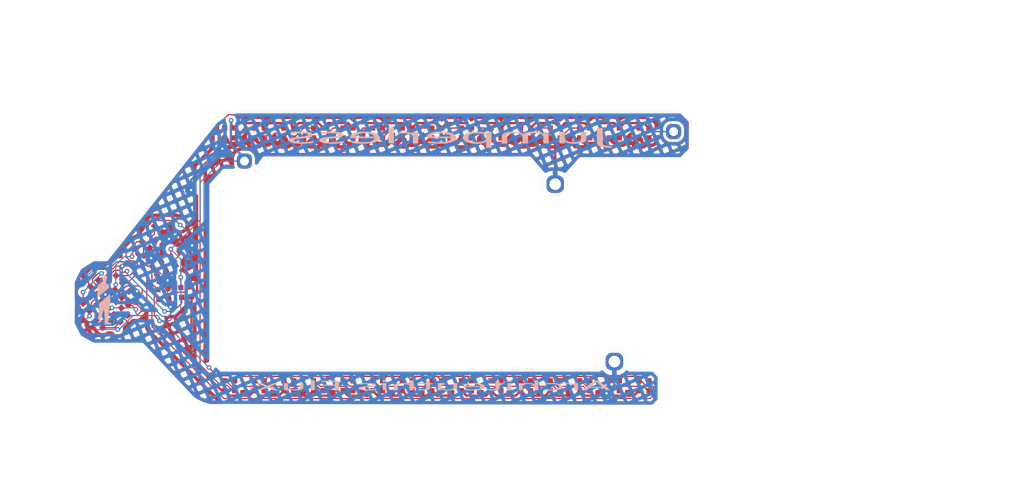
<source format=kicad_pcb>
(kicad_pcb (version 20240108) (generator "pcbnew") (generator_version "8.0")
  (layers (0 "F.Cu" signal) (31 "B.Cu" signal) (34 "B.Paste" user) (35 "F.Paste" user) (36 "B.SilkS" user "B.Silkscreen") (37 "F.SilkS" user "F.Silkscreen") (38 "B.Mask" user) (39 "F.Mask" user) (44 "Edge.Cuts" user))
  (net 0 "")
  (net 1 "Net-(D1-DOUT)")
  (net 2 "GND")
  (net 3 "Net-(D1-DIN)")
  (net 4 "+5V")
  (net 5 "Net-(D2-DOUT)")
  (net 6 "Net-(D3-DOUT)")
  (net 7 "Net-(D4-DOUT)")
  (net 8 "Net-(D5-DOUT)")
  (net 9 "Net-(D6-DOUT)")
  (net 10 "Net-(D7-DOUT)")
  (net 11 "Net-(D8-DOUT)")
  (net 12 "Net-(D10-DIN)")
  (net 13 "Net-(D10-DOUT)")
  (net 14 "Net-(D11-DOUT)")
  (net 15 "Net-(D12-DOUT)")
  (net 16 "Net-(D13-DOUT)")
  (net 17 "Net-(D14-DOUT)")
  (net 18 "Net-(D15-DOUT)")
  (net 19 "Net-(D16-DOUT)")
  (net 20 "Net-(D17-DOUT)")
  (net 21 "Net-(D18-DOUT)")
  (net 22 "Net-(D19-DOUT)")
  (net 23 "Net-(D20-DOUT)")
  (net 24 "Net-(D21-DOUT)")
  (net 25 "Net-(D22-DOUT)")
  (net 26 "Net-(D23-DOUT)")
  (net 27 "Net-(D24-DOUT)")
  (net 28 "Net-(D25-DOUT)")
  (net 29 "Net-(D26-DOUT)")
  (net 30 "Net-(D27-DOUT)")
  (net 31 "Net-(D28-DOUT)")
  (net 32 "Net-(D29-DOUT)")
  (net 33 "Net-(D30-DOUT)")
  (net 34 "Net-(D31-DOUT)")
  (net 35 "Net-(D32-DOUT)")
  (net 36 "Net-(D33-DOUT)")
  (net 37 "Net-(D34-DOUT)")
  (net 38 "Net-(D35-DOUT)")
  (net 39 "Net-(D36-DOUT)")
  (net 40 "Net-(D37-DOUT)")
  (net 41 "Net-(D38-DOUT)")
  (net 42 "Net-(D39-DOUT)")
  (net 43 "Net-(D40-DOUT)")
  (net 44 "Net-(D41-DOUT)")
  (net 46 "Net-(D42-DOUT)")
  (footprint "JumperlessFootprints:XL-1010RGBC-WS2812B" (layer "F.Cu") (at 123.19 106.216)
    (property "Reference" "D16")
    (property "Value" "WS2812B" (hide yes))
  )
  (footprint "JumperlessFootprints:XL-1010RGBC-WS2812B" (layer "F.Cu") (at 125.73 106.216)
    (property "Reference" "D17")
    (property "Value" "WS2812B" (hide yes))
  )
  (footprint "JumperlessFootprints:XL-1010RGBC-WS2812B" (layer "F.Cu") (at 130.81 84.499)
    (property "Reference" "D12")
    (property "Value" "WS2812B" (hide yes))
  )
  (footprint "JumperlessFootprints:XL-1010RGBC-WS2812B" (layer "F.Cu") (at 143.51 106.216)
    (property "Reference" "D24")
    (property "Value" "WS2812B" (hide yes))
  )
  (footprint "JumperlessFootprints:XL-1010RGBC-WS2812B" (layer "F.Cu") (at 128.27 106.216)
    (property "Reference" "D18")
    (property "Value" "WS2812B" (hide yes))
  )
  (footprint "JumperlessFootprints:XL-1010RGBC-WS2812B" (layer "F.Cu") (at 118.7196 95.3008 118)
    (property "Reference" "D34")
    (property "Value" "WS2812B" (hide yes))
  )
  (footprint "JumperlessFootprints:XL-1010RGBC-WS2812B" (layer "F.Cu") (at 133.35 84.499)
    (property "Reference" "D11")
    (property "Value" "WS2812B" (hide yes))
  )
  (footprint "JumperlessFootprints:XL-1010RGBC-WS2812B" (layer "F.Cu") (at 133.35 106.216)
    (property "Reference" "D20")
    (property "Value" "WS2812B" (hide yes))
  )
  (footprint "JumperlessFootprints:XL-1010RGBC-WS2812B" (layer "F.Cu") (at 119.4562 98.171 95)
    (property "Reference" "D36")
    (property "Value" "WS2812B" (hide yes))
  )
  (footprint "JumperlessFootprints:XL-1010RGBC-WS2812B" (layer "F.Cu") (at 112.8522 98.9584 -139.5)
    (property "Reference" "D43")
    (property "Value" "WS2812B" (hide yes))
  )
  (footprint "JumperlessFootprints:XL-1010RGBC-WS2812B" (layer "F.Cu") (at 138.43 84.499)
    (property "Reference" "D9")
    (property "Value" "WS2812B" (hide yes))
  )
  (footprint "JumperlessFootprints:XL-1010RGBC-WS2812B" (layer "F.Cu") (at 113.8428 100.1268 -139.5)
    (property "Reference" "D41")
    (property "Value" "WS2812B" (hide yes))
  )
  (footprint "JumperlessFootprints:PINHEADER-1x1_vertical" (layer "F.Cu") (at 156.21 104.14)
    (property "Reference" "TP4" (hide yes))
    (property "Value" "TestPoint" (hide yes))
  )
  (footprint "JumperlessFootprints:XL-1010RGBC-WS2812B" (layer "F.Cu") (at 153.67 106.216)
    (property "Reference" "D28")
    (property "Value" "WS2812B" (hide yes))
  )
  (footprint "JumperlessFootprints:XL-1010RGBC-WS2812B" (layer "F.Cu") (at 114.5286 98.7044 -139.5)
    (property "Reference" "D42")
    (property "Value" "WS2812B" (hide yes))
  )
  (footprint "JumperlessFootprints:XL-1010RGBC-WS2812B" (layer "F.Cu") (at 148.59 106.216)
    (property "Reference" "D26")
    (property "Value" "WS2812B" (hide yes))
  )
  (footprint "JumperlessFootprints:PINHEADER-1x1_vertical" (layer "F.Cu") (at 151.13 88.9)
    (property "Reference" "TP3" (hide yes))
    (property "Value" "TestPoint" (hide yes))
  )
  (footprint "JumperlessFootprints:XL-1010RGBC-WS2812B" (layer "F.Cu") (at 135.89 106.216)
    (property "Reference" "D21")
    (property "Value" "WS2812B" (hide yes))
  )
  (footprint "JumperlessFootprints:XL-1010RGBC-WS2812B" (layer "F.Cu") (at 151.13 84.499)
    (property "Reference" "D4")
    (property "Value" "WS2812B" (hide yes))
  )
  (footprint "JumperlessFootprints:XL-1010RGBC-WS2812B" (layer "F.Cu") (at 112.3442 100.6348 -139.5)
    (property "Reference" "D40")
    (property "Value" "WS2812B" (hide yes))
  )
  (footprint "JumperlessFootprints:XL-1010RGBC-WS2812B" (layer "F.Cu") (at 148.59 84.499)
    (property "Reference" "D5")
    (property "Value" "WS2812B" (hide yes))
  )
  (footprint "JumperlessFootprints:PINHEADER-1x1_vertical" (layer "F.Cu") (at 124.46 86.9188)
    (property "Reference" "TP2" (hide yes))
    (property "Value" "TestPoint" (hide yes))
  )
  (footprint "JumperlessFootprints:XL-1010RGBC-WS2812B" (layer "F.Cu") (at 153.67 84.499)
    (property "Reference" "D3")
    (property "Value" "WS2812B" (hide yes))
  )
  (footprint "JumperlessFootprints:XL-1010RGBC-WS2812B" (layer "F.Cu") (at 113.3856 97.3582 -139.5)
    (property "Reference" "D37")
    (property "Value" "WS2812B" (hide yes))
  )
  (footprint "JumperlessFootprints:XL-1010RGBC-WS2812B" (layer "F.Cu") (at 123.19 84.499)
    (property "Reference" "D15")
    (property "Value" "WS2812B" (hide yes))
  )
  (footprint "JumperlessFootprints:XL-1010RGBC-WS2812B" (layer "F.Cu") (at 130.81 106.216)
    (property "Reference" "D19")
    (property "Value" "WS2812B" (hide yes))
  )
  (footprint "JumperlessFootprints:XL-1010RGBC-WS2812B" (layer "F.Cu") (at 151.13 106.216)
    (property "Reference" "D27")
    (property "Value" "WS2812B" (hide yes))
  )
  (footprint "JumperlessFootprints:XL-1010RGBC-WS2812B" (layer "F.Cu") (at 111.2012 99.187 -139.5)
    (property "Reference" "D39")
    (property "Value" "WS2812B" (hide yes))
  )
  (footprint "JumperlessFootprints:XL-1010RGBC-WS2812B" (layer "F.Cu") (at 116.801226 93.079148 141)
    (property "Reference" "D32")
    (property "Value" "WS2812B" (hide yes))
  )
  (footprint "JumperlessFootprints:XL-1010RGBC-WS2812B" (layer "F.Cu") (at 140.97 84.499)
    (property "Reference" "D8")
    (property "Value" "WS2812B" (hide yes))
  )
  (footprint "JumperlessFootprints:XL-1010RGBC-WS2812B" (layer "F.Cu") (at 115.734426 94.425348 141)
    (property "Reference" "D31")
    (property "Value" "WS2812B" (hide yes))
  )
  (footprint "JumperlessFootprints:XL-1010RGBC-WS2812B" (layer "F.Cu") (at 117.1448 96.139 118)
    (property "Reference" "D33")
    (property "Value" "WS2812B" (hide yes))
  )
  (footprint "JumperlessFootprints:XL-1010RGBC-WS2812B" (layer "F.Cu") (at 156.21 106.216)
    (property "Reference" "D29")
    (property "Value" "WS2812B" (hide yes))
  )
  (footprint "JumperlessFootprints:XL-1010RGBC-WS2812B" (layer "F.Cu") (at 156.21 84.499)
    (property "Reference" "D2")
    (property "Value" "WS2812B" (hide yes))
  )
  (footprint "JumperlessFootprints:PINHEADER-1x1_vertical" (layer "F.Cu") (at 161.29 84.3788)
    (property "Reference" "TP1" (hide yes))
    (property "Value" "TestPoint" (hide yes))
  )
  (footprint "JumperlessFootprints:XL-1010RGBC-WS2812B" (layer "F.Cu") (at 146.05 84.499)
    (property "Reference" "D6")
    (property "Value" "WS2812B" (hide yes))
  )
  (footprint "JumperlessFootprints:XL-1010RGBC-WS2812B" (layer "F.Cu") (at 140.97 106.216)
    (property "Reference" "D23")
    (property "Value" "WS2812B" (hide yes))
  )
  (footprint "JumperlessFootprints:XL-1010RGBC-WS2812B" (layer "F.Cu") (at 158.75 106.216)
    (property "Reference" "D30")
    (property "Value" "WS2812B" (hide yes))
  )
  (footprint "JumperlessFootprints:XL-1010RGBC-WS2812B" (layer "F.Cu") (at 143.51 84.499)
    (property "Reference" "D7")
    (property "Value" "WS2812B" (hide yes))
  )
  (footprint "JumperlessFootprints:XL-1010RGBC-WS2812B" (layer "F.Cu") (at 146.05 106.216)
    (property "Reference" "D25")
    (property "Value" "WS2812B" (hide yes))
  )
  (footprint "JumperlessFootprints:XL-1010RGBC-WS2812B" (layer "F.Cu") (at 138.43 106.216)
    (property "Reference" "D22")
    (property "Value" "WS2812B" (hide yes))
  )
  (footprint "JumperlessFootprints:XL-1010RGBC-WS2812B" (layer "F.Cu") (at 128.27 84.499)
    (property "Reference" "D13")
    (property "Value" "WS2812B" (hide yes))
  )
  (footprint "JumperlessFootprints:XL-1010RGBC-WS2812B" (layer "F.Cu") (at 117.5004 98.3488 95)
    (property "Reference" "D35")
    (property "Value" "WS2812B" (hide yes))
  )
  (footprint "JumperlessFootprints:XL-1010RGBC-WS2812B" (layer "F.Cu") (at 125.73 84.499)
    (property "Reference" "D14")
    (property "Value" "WS2812B" (hide yes))
  )
  (footprint "JumperlessFootprints:XL-1010RGBC-WS2812B" (layer "F.Cu") (at 158.75 84.499)
    (property "Reference" "D1")
    (property "Value" "WS2812B" (hide yes))
  )
  (footprint "JumperlessFootprints:XL-1010RGBC-WS2812B" (layer "F.Cu") (at 135.89 84.499)
    (property "Reference" "D10")
    (property "Value" "WS2812B" (hide yes))
  )
  (footprint "JumperlessFootprints:XL-1010RGBC-WS2812B" (layer "F.Cu") (at 111.8362 97.7392 -139.5)
    (property "Reference" "D38")
    (property "Value" "WS2812B" (hide yes))
  )
  (gr_poly (pts (xy 112.900449 98.366172) (xy 112.901385 98.366216) (xy 112.902282 98.366294) (xy 112.903142 98.36641) (xy 112.903967 98.366564) (xy 112.904759 98.366758) (xy 112.905518 98.366994) (xy 112.906248 98.367274) (xy 112.906948 98.367599) (xy 112.907622 98.367971) (xy 112.90827 98.368391) (xy 112.908894 98.368862) (xy 112.909496 98.369386) (xy 112.910077 98.369963) (xy 112.91064 98.370595) (xy 112.911184 98.371285) (xy 112.911713 98.372033) (xy 112.912228 98.372842) (xy 112.91273 98.373714) (xy 112.913221 98.374649) (xy 112.913703 98.37565) (xy 112.914177 98.376719) (xy 112.915107 98.379065) (xy 112.916026 98.381701) (xy 112.916946 98.384641) (xy 112.917879 98.387898) (xy 112.919215 98.392955) (xy 112.919754 98.395241) (xy 112.92021 98.397427) (xy 112.920586 98.399557) (xy 112.920883 98.401679) (xy 112.921105 98.403837) (xy 112.921252 98.406078) (xy 112.921328 98.408447) (xy 112.921334 98.410991) (xy 112.921273 98.413754) (xy 112.921147 98.416783) (xy 112.920958 98.420124) (xy 112.920709 98.423823) (xy 112.920037 98.432475) (xy 112.919303 98.444237) (xy 112.918893 98.457219) (xy 112.918794 98.470963) (xy 112.918996 98.485011) (xy 112.919487 98.498905) (xy 112.920255 98.512187) (xy 112.92129 98.524399) (xy 112.92258 98.535083) (xy 112.923015 98.538389) (xy 112.923422 98.542069) (xy 112.923793 98.546002) (xy 112.924118 98.550063) (xy 112.924389 98.55413) (xy 112.924597 98.558079) (xy 112.924731 98.561787) (xy 112.924785 98.565131) (xy 112.924857 98.569073) (xy 112.925046 98.573176) (xy 112.925351 98.577436) (xy 112.925771 98.581848) (xy 112.926952 98.591109) (xy 112.928584 98.600919) (xy 112.930659 98.611239) (xy 112.93317 98.622031) (xy 112.936111 98.633254) (xy 112.939474 98.64487) (xy 112.943632 98.65875) (xy 112.946816 98.670042) (xy 112.948093 98.675045) (xy 112.949188 98.679793) (xy 112.950119 98.684417) (xy 112.950909 98.689048) (xy 112.951576 98.693816) (xy 112.952142 98.698853) (xy 112.952626 98.704288) (xy 112.953049 98.710253) (xy 112.953792 98.724295) (xy 112.954533 98.742025) (xy 112.955097 98.757162) (xy 112.95545 98.769684) (xy 112.955573 98.780226) (xy 112.955446 98.789423) (xy 112.955052 98.79791) (xy 112.954371 98.806322) (xy 112.953385 98.815295) (xy 112.952076 98.825464) (xy 112.95079 98.835905) (xy 112.949747 98.846772) (xy 112.948914 98.859012) (xy 112.948255 98.873576) (xy 112.947737 98.891413) (xy 112.947324 98.913472) (xy 112.946982 98.940702) (xy 112.946677 98.974054) (xy 112.945889 99.041904) (xy 112.945305 99.065767) (xy 112.944497 99.084651) (xy 112.943392 99.099855) (xy 112.941919 99.112676) (xy 112.940003 99.124412) (xy 112.937572 99.13636) (xy 112.935677 99.145447) (xy 112.933995 99.154322) (xy 112.932504 99.16314) (xy 112.931184 99.172055) (xy 112.930012 99.181224) (xy 112.928967 99.190801) (xy 112.928028 99.20094) (xy 112.927174 99.211798) (xy 112.926172 99.223885) (xy 112.924981 99.235672) (xy 112.923749 99.245809) (xy 112.923165 99.249837) (xy 112.922626 99.252945) (xy 112.920805 99.262784) (xy 112.918879 99.27417) (xy 112.915138 99.298594) (xy 112.912263 99.320233) (xy 112.911419 99.328138) (xy 112.911114 99.333104) (xy 112.91106 99.334817) (xy 112.910896 99.336964) (xy 112.910222 99.342638) (xy 112.909068 99.350278) (xy 112.907404 99.360034) (xy 112.905206 99.372059) (xy 112.902445 99.386502) (xy 112.899095 99.403517) (xy 112.89513 99.423253) (xy 112.889473 99.4523) (xy 112.8847 99.47936) (xy 112.880585 99.505798) (xy 112.876901 99.532981) (xy 112.874971 99.547423) (xy 112.872888 99.561485) (xy 112.870669 99.575083) (xy 112.868328 99.588132) (xy 112.865882 99.600548) (xy 112.863346 99.612249) (xy 112.860736 99.623148) (xy 112.858068 99.633163) (xy 112.856364 99.639489) (xy 112.854679 99.646328) (xy 112.852994 99.65378) (xy 112.851288 99.661942) (xy 112.849541 99.670914) (xy 112.847735 99.680793) (xy 112.845848 99.691679) (xy 112.843862 99.70367) (xy 112.842339 99.712595) (xy 112.840575 99.722251) (xy 112.838788 99.731474) (xy 112.837195 99.739103) (xy 112.833979 99.753828) (xy 112.831086 99.767296) (xy 112.827568 99.783226) (xy 112.822845 99.803872) (xy 112.817804 99.826386) (xy 112.813227 99.848488) (xy 112.809178 99.869786) (xy 112.805722 99.889886) (xy 112.80292 99.908396) (xy 112.800838 99.924925) (xy 112.799538 99.93908) (xy 112.799084 99.950469) (xy 112.798988 99.954548) (xy 112.798718 99.959693) (xy 112.798294 99.965696) (xy 112.797734 99.972349) (xy 112.797057 99.979443) (xy 112.796282 99.98677) (xy 112.795427 99.994121) (xy 112.794512 100.001288) (xy 112.793129 100.01241) (xy 112.792056 100.023632) (xy 112.791624 100.029744) (xy 112.791255 100.036438) (xy 112.790687 100.052312) (xy 112.790315 100.072739) (xy 112.790099 100.099201) (xy 112.789983 100.176167) (xy 112.790133 100.252756) (xy 112.790745 100.300093) (xy 112.791318 100.316425) (xy 112.792119 100.329804) (xy 112.793186 100.341684) (xy 112.794555 100.353517) (xy 112.797141 100.380078) (xy 112.798768 100.409615) (xy 112.799465 100.440829) (xy 112.799258 100.472418) (xy 112.798174 100.503084) (xy 112.79624 100.531526) (xy 112.793483 100.556445) (xy 112.791805 100.567177) (xy 112.78993 100.57654) (xy 112.785942 100.593742) (xy 112.782443 100.608146) (xy 112.779224 100.620437) (xy 112.776074 100.6313) (xy 112.772783 100.641418) (xy 112.769141 100.651476) (xy 112.764938 100.662158) (xy 112.759964 100.67415) (xy 112.757951 100.679087) (xy 112.75618 100.683773) (xy 112.75466 100.68818) (xy 112.753398 100.69228) (xy 112.752402 100.696044) (xy 112.751681 100.699445) (xy 112.751426 100.701001) (xy 112.751243 100.702455) (xy 112.751132 100.703804) (xy 112.751095 100.705045) (xy 112.751172 100.707525) (xy 112.751406 100.709988) (xy 112.751795 100.712434) (xy 112.752339 100.714862) (xy 112.753039 100.717272) (xy 112.753893 100.719664) (xy 112.754902 100.722038) (xy 112.756066 100.724394) (xy 112.757385 100.726732) (xy 112.758857 100.729051) (xy 112.760484 100.731352) (xy 112.762265 100.733633) (xy 112.7642 100.735896) (xy 112.766288 100.73814) (xy 112.76853 100.740364) (xy 112.770925 100.742569) (xy 112.773473 100.744754) (xy 112.776174 100.74692) (xy 112.779028 100.749066) (xy 112.782035 100.751192) (xy 112.788506 100.755383) (xy 112.795585 100.759492) (xy 112.803271 100.763519) (xy 112.811564 100.767461) (xy 112.820461 100.771319) (xy 112.829962 100.77509) (xy 112.840466 100.778989) (xy 112.845058 100.780587) (xy 112.849318 100.781967) (xy 112.853326 100.783139) (xy 112.857163 100.784116) (xy 112.86091 100.784908) (xy 112.864647 100.785528) (xy 112.868456 100.785987) (xy 112.872417 100.786296) (xy 112.876612 100.786468) (xy 112.88112 100.786513) (xy 112.886023 100.786443) (xy 112.891401 100.786269) (xy 112.903908 100.785659) (xy 112.926655 100.784518) (xy 112.93612 100.784187) (xy 112.944467 100.784048) (xy 112.951812 100.784128) (xy 112.958271 100.784452) (xy 112.96396 100.785045) (xy 112.968995 100.785934) (xy 112.973491 100.787143) (xy 112.977566 100.788699) (xy 112.981334 100.790626) (xy 112.984912 100.792951) (xy 112.988416 100.795698) (xy 112.991961 100.798894) (xy 112.995665 100.802564) (xy 112.999641 100.806733) (xy 113.00332 100.810803) (xy 113.006667 100.814815) (xy 113.009683 100.818779) (xy 113.012371 100.822703) (xy 113.014735 100.826593) (xy 113.016776 100.830458) (xy 113.018498 100.834307) (xy 113.019902 100.838146) (xy 113.020992 100.841984) (xy 113.02177 100.84583) (xy 113.022238 100.84969) (xy 113.0224 100.853573) (xy 113.022257 100.857486) (xy 113.021813 100.861439) (xy 113.02107 100.865438) (xy 113.02003 100.869492) (xy 113.018594 100.873761) (xy 113.016802 100.877923) (xy 113.014657 100.881978) (xy 113.012164 100.885922) (xy 113.009327 100.889756) (xy 113.00615 100.893476) (xy 113.002637 100.897083) (xy 112.998792 100.900574) (xy 112.994618 100.903947) (xy 112.990121 100.907202) (xy 112.985303 100.910337) (xy 112.98017 100.91335) (xy 112.974725 100.916239) (xy 112.968972 100.919004) (xy 112.962915 100.921642) (xy 112.956558 100.924152) (xy 112.949906 100.926533) (xy 112.942962 100.928783) (xy 112.935731 100.930901) (xy 112.928216 100.932885) (xy 112.920421 100.934733) (xy 112.912351 100.936444) (xy 112.90401 100.938017) (xy 112.895401 100.93945) (xy 112.877397 100.941889) (xy 112.858372 100.943749) (xy 112.838358 100.94502) (xy 112.817389 100.945687) (xy 112.799449 100.9459) (xy 112.783556 100.945924) (xy 112.771435 100.945766) (xy 112.767328 100.945623) (xy 112.764811 100.945437) (xy 112.764809 100.945439) (xy 112.764809 100.94544) (xy 112.764808 100.945441) (xy 112.764807 100.945442) (xy 112.764806 100.945443) (xy 112.764806 100.945444) (xy 112.764805 100.945444) (xy 112.764805 100.945445) (xy 112.762731 100.945148) (xy 112.759894 100.944689) (xy 112.752439 100.943372) (xy 112.743451 100.941681) (xy 112.733944 100.939799) (xy 112.728393 100.93879) (xy 112.721795 100.937792) (xy 112.714344 100.936825) (xy 112.706233 100.93591) (xy 112.697658 100.935066) (xy 112.688811 100.934316) (xy 112.679886 100.933678) (xy 112.671079 100.933174) (xy 112.653471 100.932104) (xy 112.635103 100.930656) (xy 112.618149 100.92902) (xy 112.610882 100.928191) (xy 112.604785 100.927387) (xy 112.596537 100.926233) (xy 112.589674 100.925405) (xy 112.586605 100.925114) (xy 112.583696 100.924903) (xy 112.580883 100.924774) (xy 112.578105 100.924725) (xy 112.5753 100.924757) (xy 112.572405 100.924869) (xy 112.569358 100.925062) (xy 112.566097 100.925334) (xy 112.558682 100.926118) (xy 112.549664 100.92722) (xy 112.537768 100.928635) (xy 112.526691 100.92979) (xy 112.517671 100.930566) (xy 112.514319 100.930775) (xy 112.511945 100.930845) (xy 112.510011 100.930783) (xy 112.50805 100.930608) (xy 112.506068 100.930324) (xy 112.504066 100.929932) (xy 112.502051 100.929437) (xy 112.500026 100.928842) (xy 112.495961 100.927363) (xy 112.491904 100.925521) (xy 112.487888 100.92334) (xy 112.483946 100.920845) (xy 112.480109 100.918063) (xy 112.476411 100.915017) (xy 112.472883 100.911733) (xy 112.469558 100.908237) (xy 112.46647 100.904553) (xy 112.463649 100.900706) (xy 112.46113 100.896722) (xy 112.458943 100.892626) (xy 112.457985 100.890544) (xy 112.457123 100.888443) (xy 112.456423 100.88654) (xy 112.455802 100.884614) (xy 112.455255 100.88258) (xy 112.454778 100.880352) (xy 112.454366 100.877844) (xy 112.454014 100.874972) (xy 112.453719 100.871651) (xy 112.453475 100.867794) (xy 112.453278 100.863316) (xy 112.453123 100.858133) (xy 112.453007 100.852158) (xy 112.452923 100.845306) (xy 112.45284 100.828631) (xy 112.452836 100.807424) (xy 112.452987 100.767197) (xy 112.453243 100.753913) (xy 112.453711 100.743804) (xy 112.454463 100.735834) (xy 112.455568 100.728971) (xy 112.457098 100.72218) (xy 112.459122 100.714426) (xy 112.460303 100.709772) (xy 112.461361 100.705122) (xy 112.462294 100.700483) (xy 112.463103 100.695865) (xy 112.463787 100.691275) (xy 112.464345 100.686723) (xy 112.464777 100.682217) (xy 112.465082 100.677765) (xy 112.465261 100.673376) (xy 112.465312 100.669057) (xy 112.465236 100.664819) (xy 112.465031 100.660669) (xy 112.464697 100.656615) (xy 112.464234 100.652666) (xy 112.463641 100.648831) (xy 112.462918 100.645118) (xy 112.460294 100.632526) (xy 112.458198 100.621382) (xy 112.456596 100.611333) (xy 112.45545 100.602025) (xy 112.454724 100.593102) (xy 112.454382 100.584211) (xy 112.454387 100.574998) (xy 112.454704 100.565108) (xy 112.455034 100.559088) (xy 112.455486 100.55293) (xy 112.45604 100.546809) (xy 112.456677 100.540898) (xy 112.457375 100.535369) (xy 112.458114 100.530397) (xy 112.458875 100.526156) (xy 112.459637 100.522817) (xy 112.462151 100.512837) (xy 112.4645 100.502427) (xy 112.46663 100.491896) (xy 112.468491 100.481553) (xy 112.470029 100.471708) (xy 112.471193 100.462671) (xy 112.471931 100.45475) (xy 112.47219 100.448256) (xy 112.472079 100.444617) (xy 112.471758 100.440059) (xy 112.47125 100.434767) (xy 112.470578 100.428922) (xy 112.469763 100.422709) (xy 112.468829 100.416308) (xy 112.467798 100.409904) (xy 112.466692 100.403679) (xy 112.464249 100.389808) (xy 112.461665 100.373813) (xy 112.459249 100.357673) (xy 112.457309 100.343366) (xy 112.455729 100.331261) (xy 112.454295 100.321116) (xy 112.453165 100.313995) (xy 112.452763 100.3119) (xy 112.452496 100.310959) (xy 112.452382 100.310685) (xy 112.452232 100.31019) (xy 112.451839 100.308587) (xy 112.451335 100.306248) (xy 112.45074 100.303271) (xy 112.450072 100.299755) (xy 112.449352 100.295798) (xy 112.448598 100.291499) (xy 112.447829 100.286956) (xy 112.446841 100.279848) (xy 112.445959 100.270876) (xy 112.445169 100.259668) (xy 112.444451 100.245853) (xy 112.443791 100.229057) (xy 112.44317 100.208907) (xy 112.442573 100.185031) (xy 112.441982 100.157057) (xy 112.440538 100.078865) (xy 112.439988 100.026104) (xy 112.440285 99.980975) (xy 112.441384 99.925679) (xy 112.441912 99.895867) (xy 112.441892 99.871272) (xy 112.441616 99.860432) (xy 112.441131 99.850297) (xy 112.440412 99.840669) (xy 112.439436 99.831348) (xy 112.438178 99.822134) (xy 112.436615 99.812829) (xy 112.434722 99.803232) (xy 112.432476 99.793144) (xy 112.426825 99.770699) (xy 112.41947 99.743897) (xy 112.416072 99.731877) (xy 112.413336 99.722591) (xy 112.411081 99.715627) (xy 112.410076 99.712887) (xy 112.409124 99.710574) (xy 112.4082 99.708636) (xy 112.407284 99.707022) (xy 112.406351 99.705679) (xy 112.405379 99.704557) (xy 112.404346 99.703604) (xy 112.403229 99.70277) (xy 112.402005 99.702001) (xy 112.400651 99.701248) (xy 112.399581 99.700707) (xy 112.398543 99.700255) (xy 112.397533 99.699898) (xy 112.396546 99.699644) (xy 112.395578 99.699498) (xy 112.394623 99.699468) (xy 112.393678 99.699561) (xy 112.392737 99.699784) (xy 112.391796 99.700142) (xy 112.39085 99.700644) (xy 112.389894 99.701296) (xy 112.388924 99.702105) (xy 112.387935 99.703078) (xy 112.386923 99.704222) (xy 112.385882 99.705543) (xy 112.384808 99.707048) (xy 112.383697 99.708744) (xy 112.382543 99.710639) (xy 112.381343 99.712738) (xy 112.38009 99.715049) (xy 112.378782 99.717579) (xy 112.377412 99.720334) (xy 112.375977 99.723322) (xy 112.374471 99.726548) (xy 112.37123 99.733746) (xy 112.367651 99.741983) (xy 112.363698 99.751314) (xy 112.359332 99.761792) (xy 112.349347 99.78638) (xy 112.339063 99.812578) (xy 112.318753 99.866644) (xy 112.300709 99.917666) (xy 112.293258 99.940058) (xy 112.28724 99.959318) (xy 112.284775 99.967162) (xy 112.281346 99.977535) (xy 112.277406 99.989086) (xy 112.273408 100.000466) (xy 112.268381 100.014887) (xy 112.263689 100.029075) (xy 112.259334 100.043026) (xy 112.255317 100.056734) (xy 112.251639 100.070196) (xy 112.248301 100.083405) (xy 112.245305 100.096359) (xy 112.242652 100.109051) (xy 112.237788 100.133397) (xy 112.234335 100.150199) (xy 112.23334 100.155069) (xy 112.232235 100.160927) (xy 112.229604 100.176157) (xy 112.226261 100.196981) (xy 112.222024 100.224494) (xy 112.218047 100.248981) (xy 112.213012 100.277827) (xy 112.208077 100.304581) (xy 112.204398 100.322792) (xy 112.20389 100.325255) (xy 112.203337 100.328319) (xy 112.202757 100.331863) (xy 112.202166 100.335765) (xy 112.201585 100.339902) (xy 112.201029 100.344153) (xy 112.200517 100.348396) (xy 112.200066 100.35251) (xy 112.199122 100.36085) (xy 112.19795 100.369789) (xy 112.196558 100.379283) (xy 112.194953 100.389293) (xy 112.193141 100.399778) (xy 112.191129 100.410695) (xy 112.188925 100.422004) (xy 112.186534 100.433663) (xy 112.176947 100.479383) (xy 112.175711 100.485701) (xy 112.174638 100.492066) (xy 112.173728 100.498441) (xy 112.17298 100.504789) (xy 112.172395 100.511071) (xy 112.171973 100.51725) (xy 112.171714 100.523289) (xy 112.171618 100.52915) (xy 112.171685 100.534795) (xy 112.171915 100.540186) (xy 112.172309 100.545287) (xy 112.172866 100.550059) (xy 112.173587 100.554464) (xy 112.174472 100.558466) (xy 112.17552 100.562027) (xy 112.176732 100.565108) (xy 112.177225 100.566251) (xy 112.177731 100.567548) (xy 112.178768 100.570545) (xy 112.179813 100.573984) (xy 112.180835 100.577745) (xy 112.181806 100.581713) (xy 112.182693 100.58577) (xy 112.183468 100.589799) (xy 112.184099 100.593683) (xy 112.184688 100.597508) (xy 112.185339 100.60137) (xy 112.186031 100.605163) (xy 112.186743 100.608781) (xy 112.187453 100.61212) (xy 112.18814 100.615073) (xy 112.188781 100.617535) (xy 112.189356 100.619401) (xy 112.189708 100.620458) (xy 112.19001 100.621472) (xy 112.190262 100.62245) (xy 112.190464 100.623399) (xy 112.190614 100.624328) (xy 112.190714 100.625244) (xy 112.190762 100.626155) (xy 112.190758 100.627069) (xy 112.190703 100.627993) (xy 112.190596 100.628935) (xy 112.190437 100.629903) (xy 112.190225 100.630905) (xy 112.189961 100.631948) (xy 112.189643 100.63304) (xy 112.189272 100.634189) (xy 112.188848 100.635403) (xy 112.188062 100.637453) (xy 112.187158 100.639582) (xy 112.186151 100.641771) (xy 112.185053 100.643996) (xy 112.183877 100.646239) (xy 112.182637 100.648477) (xy 112.181345 100.65069) (xy 112.180016 100.652856) (xy 112.178662 100.654955) (xy 112.177297 100.656966) (xy 112.175933 100.658868) (xy 112.174584 100.660639) (xy 112.173263 100.662259) (xy 112.171983 100.663707) (xy 112.170758 100.664962) (xy 112.1696 100.666003) (xy 112.168847 100.666612) (xy 112.168146 100.66714) (xy 112.167809 100.667372) (xy 112.167478 100.667584) (xy 112.167152 100.667776) (xy 112.166826 100.667947) (xy 112.1665 100.668097) (xy 112.166171 100.668226) (xy 112.165837 100.668334) (xy 112.165495 100.668422) (xy 112.165142 100.668488) (xy 112.164778 100.668534) (xy 112.164399 100.668559) (xy 112.164003 100.668562) (xy 112.163587 100.668545) (xy 112.163151 100.668506) (xy 112.16269 100.668447) (xy 112.162203 100.668366) (xy 112.161688 100.668264) (xy 112.161141 100.66814) (xy 112.160562 100.667996) (xy 112.159948 100.66783) (xy 112.158603 100.667434) (xy 112.157089 100.666952) (xy 112.155387 100.666383) (xy 112.153479 100.665729) (xy 112.150915 100.664778) (xy 112.148073 100.663611) (xy 112.145045 100.662274) (xy 112.141928 100.660812) (xy 112.138815 100.65927) (xy 112.135801 100.657695) (xy 112.13298 100.656132) (xy 112.130447 100.654626) (xy 112.127871 100.653056) (xy 112.124927 100.651307) (xy 112.118346 100.64751) (xy 112.111529 100.643704) (xy 112.105301 100.640357) (xy 112.102476 100.638858) (xy 112.099705 100.637351) (xy 112.097059 100.635877) (xy 112.094607 100.634477) (xy 112.092421 100.633191) (xy 112.09057 100.632059) (xy 112.089125 100.631124) (xy 112.088156 100.630425) (xy 112.087009 100.629652) (xy 112.085186 100.628619) (xy 112.07974 100.62587) (xy 112.072276 100.622381) (xy 112.063253 100.61835) (xy 112.053128 100.61398) (xy 112.042359 100.609472) (xy 112.031403 100.605025) (xy 112.020719 100.600841) (xy 112.01235 100.597551) (xy 112.004554 100.594315) (xy 111.997308 100.591115) (xy 111.990584 100.587933) (xy 111.984359 100.584749) (xy 111.978606 100.581548) (xy 111.9733 100.578309) (xy 111.968416 100.575016) (xy 111.963928 100.57165) (xy 111.959811 100.568194) (xy 111.956039 100.564628) (xy 111.952587 100.560936) (xy 111.949429 100.557098) (xy 111.946541 100.553098) (xy 111.943896 100.548916) (xy 111.94147 100.544535) (xy 111.936137 100.534248) (xy 111.935502 100.38249) (xy 111.935268 100.298176) (xy 111.935658 100.248282) (xy 111.936179 100.231876) (xy 111.936969 100.218833) (xy 111.938064 100.207408) (xy 111.939502 100.195854) (xy 111.940433 100.188271) (xy 111.941302 100.180083) (xy 111.942089 100.171547) (xy 111.942776 100.162924) (xy 111.943344 100.154471) (xy 111.943773 100.146448) (xy 111.944045 100.139115) (xy 111.94414 100.132728) (xy 111.944234 100.126331) (xy 111.944501 100.118964) (xy 111.944924 100.11089) (xy 111.945483 100.10237) (xy 111.94616 100.093664) (xy 111.946936 100.085034) (xy 111.947792 100.076741) (xy 111.948709 100.069047) (xy 111.94992 100.058994) (xy 111.950912 100.049176) (xy 111.951703 100.039236) (xy 111.952309 100.028821) (xy 111.952748 100.017577) (xy 111.953036 100.005148) (xy 111.953192 99.991181) (xy 111.953231 99.975321) (xy 111.953344 99.953822) (xy 111.953781 99.934314) (xy 111.954634 99.915728) (xy 111.955993 99.896998) (xy 111.95795 99.877057) (xy 111.960597 99.854836) (xy 111.964026 99.829268) (xy 111.968327 99.799287) (xy 111.969865 99.788319) (xy 111.971102 99.778287) (xy 111.972068 99.768717) (xy 111.972792 99.759138) (xy 111.973305 99.749077) (xy 111.973635 99.738062) (xy 111.973813 99.725619) (xy 111.973869 99.711277) (xy 111.973936 99.698762) (xy 111.974132 99.686796) (xy 111.974459 99.675341) (xy 111.974917 99.664359) (xy 111.97551 99.653814) (xy 111.976239 99.643667) (xy 111.977106 99.633881) (xy 111.978113 99.62442) (xy 111.979121 99.61512) (xy 111.97995 99.606195) (xy 111.980602 99.597581) (xy 111.98108 99.589216) (xy 111.981387 99.581036) (xy 111.981526 99.57298) (xy 111.9815 99.564983) (xy 111.981313 99.556983) (xy 111.981104 99.548545) (xy 111.981068 99.540539) (xy 111.981215 99.532761) (xy 111.981558 99.525006) (xy 111.982106 99.517069) (xy 111.982872 99.508746) (xy 111.983867 99.499834) (xy 111.985102 99.490126) (xy 111.986064 99.482487) (xy 111.98695 99.47457) (xy 111.987741 99.466606) (xy 111.988419 99.458825) (xy 111.988965 99.451456) (xy 111.989361 99.444729) (xy 111.989588 99.438873) (xy 111.989628 99.434119) (xy 111.989621 99.429718) (xy 111.989719 99.424878) (xy 111.989913 99.419756) (xy 111.990191 99.41451) (xy 111.990545 99.4093) (xy 111.990965 99.404284) (xy 111.99144 99.39962) (xy 111.991962 99.395468) (xy 111.992406 99.391914) (xy 111.992747 99.388303) (xy 111.992988 99.384651) (xy 111.99313 99.380975) (xy 111.993172 99.37729) (xy 111.993118 99.373613) (xy 111.992969 99.36996) (xy 111.992725 99.366348) (xy 111.992388 99.362792) (xy 111.991959 99.35931) (xy 111.99144 99.355917) (xy 111.990832 99.35263) (xy 111.990136 99.349465) (xy 111.989354 99.346438) (xy 111.988487 99.343566) (xy 111.987536 99.340865) (xy 111.98702 99.339149) (xy 111.986572 99.336954) (xy 111.986194 99.334359) (xy 111.985886 99.331442) (xy 111.985647 99.328281) (xy 111.985476 99.324955) (xy 111.985343 99.318119) (xy 111.985486 99.31156) (xy 111.98566 99.30858) (xy 111.985903 99.305904) (xy 111.986215 99.303611) (xy 111.986595 99.301778) (xy 111.987043 99.300484) (xy 111.987293 99.300064) (xy 111.98756 99.299808) (xy 111.987824 99.299501) (xy 111.98807 99.298928) (xy 111.988512 99.297037) (xy 111.988886 99.294244) (xy 111.98919 99.290658) (xy 111.989595 99.281551) (xy 111.989727 99.270596) (xy 111.989587 99.258672) (xy 111.989175 99.24666) (xy 111.988491 99.235439) (xy 111.988047 99.2304) (xy 111.987536 99.22589) (xy 111.986999 99.220888) (xy 111.98663 99.215535) (xy 111.98642 99.209906) (xy 111.986364 99.20408) (xy 111.98668 99.192145) (xy 111.98752 99.180351) (xy 111.988119 99.174702) (xy 111.988826 99.16932) (xy 111.989635 99.164284) (xy 111.990539 99.159671) (xy 111.991529 99.15556) (xy 111.9926 99.152026) (xy 111.993743 99.149149) (xy 111.994952 99.147006) (xy 111.997506 99.143504) (xy 112.000219 99.139979) (xy 112.003003 99.136532) (xy 112.00577 99.133265) (xy 112.008431 99.130279) (xy 112.0109 99.127675) (xy 112.013088 99.125553) (xy 112.01405 99.124705) (xy 112.014908 99.124016) (xy 112.015338 99.123669) (xy 112.015931 99.123155) (xy 112.017564 99.121667) (xy 112.019725 99.119631) (xy 112.022329 99.11713) (xy 112.025291 99.114245) (xy 112.028526 99.111059) (xy 112.031952 99.107652) (xy 112.035482 99.104107) (xy 112.039206 99.100403) (xy 112.043186 99.096543) (xy 112.047298 99.09264) (xy 112.05142 99.088807) (xy 112.055427 99.085157) (xy 112.059197 99.081805) (xy 112.062607 99.078863) (xy 112.065533 99.076446) (xy 112.073044 99.070285) (xy 112.082483 99.06233) (xy 112.104654 99.043203) (xy 112.127076 99.023404) (xy 112.136828 99.014608) (xy 112.144777 99.007272) (xy 112.148088 99.004203) (xy 112.151936 99.000705) (xy 112.160688 98.992914) (xy 112.169927 98.984871) (xy 112.178543 98.977554) (xy 112.241587 98.924504) (xy 112.298978 98.875489) (xy 112.34694 98.833764) (xy 112.381694 98.802583) (xy 112.388954 98.795949) (xy 112.396676 98.789034) (xy 112.405069 98.78166) (xy 112.414336 98.773652) (xy 112.436319 98.755024) (xy 112.464275 98.731737) (xy 112.476305 98.721577) (xy 112.491722 98.708277) (xy 112.50854 98.693562) (xy 112.524775 98.679159) (xy 112.540359 98.665307) (xy 112.555403 98.652094) (xy 112.568194 98.641015) (xy 112.577018 98.633568) (xy 112.620714 98.597411) (xy 112.662126 98.56237) (xy 112.701073 98.5286) (xy 112.737377 98.496253) (xy 112.74719 98.48751) (xy 112.757857 98.478226) (xy 112.768089 98.469509) (xy 112.7766 98.462467) (xy 112.780272 98.459442) (xy 112.784 98.456264) (xy 112.787679 98.453028) (xy 112.791208 98.449829) (xy 112.794481 98.446762) (xy 112.797398 98.443922) (xy 112.799854 98.441405) (xy 112.801746 98.439305) (xy 112.802666 98.438264) (xy 112.80384 98.437013) (xy 112.806877 98.433949) (xy 112.810711 98.430244) (xy 112.815199 98.426033) (xy 112.820198 98.421449) (xy 112.825563 98.416626) (xy 112.831151 98.411695) (xy 112.836817 98.406792) (xy 112.847649 98.397459) (xy 112.856863 98.389417) (xy 112.863483 98.383522) (xy 112.865516 98.381648) (xy 112.866536 98.380633) (xy 112.867544 98.379604) (xy 112.868844 98.378514) (xy 112.870399 98.37738) (xy 112.872172 98.376218) (xy 112.874128 98.375044) (xy 112.876232 98.373877) (xy 112.878445 98.372733) (xy 112.880734 98.371628) (xy 112.88306 98.37058) (xy 112.88539 98.369604) (xy 112.887685 98.368719) (xy 112.889911 98.367941) (xy 112.892031 98.367287) (xy 112.89401 98.366773) (xy 112.89581 98.366417) (xy 112.897397 98.366235) (xy 112.899474 98.366162)) (stroke (width -0.000001)) (fill solid) (layer "B.SilkS"))
  (gr_poly (pts (xy 112.461919 96.716962) (xy 112.464998 96.717135) (xy 112.468329 96.717397) (xy 112.471976 96.717748) (xy 112.48049 96.718724) (xy 112.491071 96.72007) (xy 112.503535 96.721763) (xy 112.514106 96.723384) (xy 112.523179 96.725032) (xy 112.531149 96.726803) (xy 112.534843 96.727766) (xy 112.538408 96.728796) (xy 112.541895 96.729905) (xy 112.545352 96.731106) (xy 112.552374 96.733832) (xy 112.559869 96.737071) (xy 112.564809 96.739473) (xy 112.569973 96.742334) (xy 112.575317 96.745615) (xy 112.580796 96.749275) (xy 112.586366 96.753277) (xy 112.591983 96.757582) (xy 112.597602 96.762149) (xy 112.603179 96.76694) (xy 112.608671 96.771917) (xy 112.614031 96.777039) (xy 112.619217 96.782268) (xy 112.624184 96.787565) (xy 112.628888 96.792891) (xy 112.633285 96.798206) (xy 112.637329 96.803472) (xy 112.640978 96.80865) (xy 112.642167 96.810395) (xy 112.643342 96.812068) (xy 112.644472 96.813629) (xy 112.645528 96.815039) (xy 112.646478 96.816257) (xy 112.647292 96.817244) (xy 112.64794 96.81796) (xy 112.648192 96.818203) (xy 112.648391 96.818364) (xy 112.648926 96.818974) (xy 112.64972 96.820211) (xy 112.651946 96.824269) (xy 112.654792 96.829945) (xy 112.65798 96.836644) (xy 112.661234 96.843773) (xy 112.664278 96.850738) (xy 112.666834 96.856944) (xy 112.667843 96.859577) (xy 112.668627 96.861798) (xy 112.668909 96.862779) (xy 112.669209 96.864059) (xy 112.669849 96.86743) (xy 112.670525 96.871749) (xy 112.671216 96.87685) (xy 112.671903 96.88257) (xy 112.672563 96.888745) (xy 112.673176 96.895211) (xy 112.673721 96.901803) (xy 112.674497 96.915355) (xy 112.67477 96.9289) (xy 112.674552 96.942281) (xy 112.673854 96.955342) (xy 112.672688 96.967926) (xy 112.671064 96.979875) (xy 112.670084 96.985563) (xy 112.668994 96.991034) (xy 112.667796 96.996267) (xy 112.66649 97.001244) (xy 112.66469 97.007825) (xy 112.662869 97.01476) (xy 112.661242 97.021223) (xy 112.66002 97.02639) (xy 112.65941 97.028877) (xy 112.658558 97.032008) (xy 112.657503 97.035658) (xy 112.656282 97.039699) (xy 112.654936 97.044006) (xy 112.653503 97.048451) (xy 112.652021 97.052908) (xy 112.650531 97.057251) (xy 112.647041 97.067702) (xy 112.643441 97.079398) (xy 112.639728 97.092346) (xy 112.6359 97.106553) (xy 112.631955 97.122027) (xy 112.627892 97.138776) (xy 112.623708 97.156805) (xy 112.619401 97.176123) (xy 112.618268 97.180722) (xy 112.616837 97.185552) (xy 112.615123 97.190583) (xy 112.613143 97.195785) (xy 112.610913 97.201128) (xy 112.608448 97.206583) (xy 112.605764 97.21212) (xy 112.602876 97.217709) (xy 112.599802 97.223321) (xy 112.596556 97.228926) (xy 112.593154 97.234494) (xy 112.589612 97.239996) (xy 112.585946 97.245401) (xy 112.582172 97.250681) (xy 112.578305 97.255805) (xy 112.574361 97.260743) (xy 112.573747 97.261522) (xy 112.573076 97.26243) (xy 112.571595 97.264587) (xy 112.56997 97.267125) (xy 112.568254 97.269955) (xy 112.566499 97.272988) (xy 112.564759 97.276136) (xy 112.563086 97.279309) (xy 112.561532 97.282419) (xy 112.559518 97.286692) (xy 112.558677 97.288585) (xy 112.557942 97.290341) (xy 112.557308 97.291979) (xy 112.55677 97.293517) (xy 112.556325 97.294974) (xy 112.555968 97.296368) (xy 112.555695 97.297719) (xy 112.555502 97.299046) (xy 112.555383 97.300366) (xy 112.555336 97.301698) (xy 112.555356 97.303062) (xy 112.555438 97.304475) (xy 112.555578 97.305957) (xy 112.555771 97.307527) (xy 112.556462 97.311732) (xy 112.557402 97.315861) (xy 112.558622 97.319956) (xy 112.560151 97.324062) (xy 112.56202 97.328222) (xy 112.564259 97.332478) (xy 112.5669 97.336874) (xy 112.569972 97.341453) (xy 112.573506 97.346258) (xy 112.577532 97.351333) (xy 112.58208 97.356721) (xy 112.587182 97.362465) (xy 112.592868 97.368608) (xy 112.599167 97.375193) (xy 112.606111 97.382264) (xy 112.61373 97.389864) (xy 112.621213 97.397385) (xy 112.627854 97.404349) (xy 112.630931 97.407712) (xy 112.633884 97.411043) (xy 112.636744 97.414377) (xy 112.639538 97.417751) (xy 112.642295 97.4212) (xy 112.645046 97.42476) (xy 112.647818 97.428466) (xy 112.650641 97.432354) (xy 112.656556 97.44082) (xy 112.663022 97.450443) (xy 112.667984 97.457846) (xy 112.672712 97.464703) (xy 112.677252 97.47106) (xy 112.68165 97.476966) (xy 112.685954 97.482468) (xy 112.690209 97.487616) (xy 112.694463 97.492456) (xy 112.698762 97.497037) (xy 112.703152 97.501407) (xy 112.70768 97.505614) (xy 112.712393 97.509705) (xy 112.717337 97.513729) (xy 112.722558 97.517733) (xy 112.728104 97.521766) (xy 112.734021 97.525876) (xy 112.740356 97.530111) (xy 112.74713 97.534688) (xy 112.75348 97.539242) (xy 112.759435 97.543809) (xy 112.765024 97.548424) (xy 112.770275 97.553122) (xy 112.775217 97.557937) (xy 112.779878 97.562906) (xy 112.784287 97.568063) (xy 112.788473 97.573443) (xy 112.792464 97.579081) (xy 112.796289 97.585012) (xy 112.799976 97.591272) (xy 112.803554 97.597895) (xy 112.807052 97.604917) (xy 112.810499 97.612372) (xy 112.813922 97.620296) (xy 112.81793 97.630085) (xy 112.821398 97.639074) (xy 112.824416 97.647559) (xy 112.827072 97.655834) (xy 112.829457 97.664197) (xy 112.83166 97.672941) (xy 112.83377 97.682364) (xy 112.835878 97.692759) (xy 112.836999 97.698253) (xy 112.838312 97.704234) (xy 112.839769 97.71051) (xy 112.841322 97.716888) (xy 112.842924 97.723177) (xy 112.844527 97.729185) (xy 112.846082 97.734719) (xy 112.847543 97.739588) (xy 112.84893 97.744258) (xy 112.850275 97.749222) (xy 112.851544 97.754329) (xy 112.852706 97.759426) (xy 112.853726 97.764361) (xy 112.854571 97.768982) (xy 112.85521 97.773137) (xy 112.855607 97.776673) (xy 112.856008 97.781732) (xy 112.856134 97.78383) (xy 112.856196 97.785691) (xy 112.856183 97.78735) (xy 112.856086 97.788846) (xy 112.855894 97.790215) (xy 112.855758 97.790864) (xy 112.855595 97.791496) (xy 112.855403 97.792114) (xy 112.85518 97.792724) (xy 112.854637 97.793938) (xy 112.853956 97.795175) (xy 112.853128 97.796471) (xy 112.85214 97.797864) (xy 112.850982 97.799391) (xy 112.848116 97.802996) (xy 112.845787 97.805845) (xy 112.843444 97.808612) (xy 112.841085 97.811301) (xy 112.83871 97.813912) (xy 112.836316 97.816447) (xy 112.833901 97.818909) (xy 112.831464 97.821297) (xy 112.829003 97.823615) (xy 112.826516 97.825864) (xy 112.824001 97.828044) (xy 112.821458 97.830159) (xy 112.818883 97.832209) (xy 112.816276 97.834196) (xy 112.813634 97.836122) (xy 112.810956 97.837988) (xy 112.80824 97.839796) (xy 112.805449 97.841663) (xy 112.802335 97.843838) (xy 112.799001 97.846242) (xy 112.795552 97.848797) (xy 112.792093 97.851423) (xy 112.788728 97.854043) (xy 112.785563 97.856578) (xy 112.782703 97.85895) (xy 112.780069 97.861154) (xy 112.777555 97.863211) (xy 112.77522 97.865075) (xy 112.773122 97.8667) (xy 112.771322 97.868043) (xy 112.769877 97.869058) (xy 112.768848 97.8697) (xy 112.768508 97.869867) (xy 112.768293 97.869924) (xy 112.767634 97.870191) (xy 112.766386 97.870956) (xy 112.762403 97.873761) (xy 112.756898 97.877901) (xy 112.750425 97.882939) (xy 112.743539 97.888438) (xy 112.736794 97.893961) (xy 112.730744 97.899071) (xy 112.725944 97.903329) (xy 112.723987 97.905065) (xy 112.721484 97.907167) (xy 112.71854 97.909557) (xy 112.715257 97.912152) (xy 112.711738 97.914873) (xy 112.708086 97.917639) (xy 112.704405 97.920369) (xy 112.700798 97.922983) (xy 112.693013 97.928688) (xy 112.684027 97.935519) (xy 112.673966 97.943376) (xy 112.662953 97.952159) (xy 112.651112 97.961769) (xy 112.638568 97.972106) (xy 112.625443 97.983069) (xy 112.611863 97.994559) (xy 112.600534 98.004139) (xy 112.587595 98.014976) (xy 112.574639 98.025742) (xy 112.563261 98.035104) (xy 112.553484 98.043158) (xy 112.544884 98.05036) (xy 112.538393 98.055922) (xy 112.536228 98.057843) (xy 112.534938 98.059059) (xy 112.533851 98.060102) (xy 112.532268 98.061527) (xy 112.530264 98.063268) (xy 112.527915 98.065264) (xy 112.525296 98.067451) (xy 112.522481 98.069765) (xy 112.519547 98.072143) (xy 112.516569 98.074521) (xy 112.508329 98.081214) (xy 112.496558 98.090987) (xy 112.482826 98.102529) (xy 112.468704 98.114526) (xy 112.454427 98.126662) (xy 112.440272 98.138581) (xy 112.427875 98.148913) (xy 112.41887 98.156288) (xy 112.411332 98.16245) (xy 112.402926 98.169477) (xy 112.394679 98.176503) (xy 112.387616 98.182665) (xy 112.380945 98.188496) (xy 112.373764 98.194623) (xy 112.366938 98.200318) (xy 112.361327 98.204853) (xy 112.358704 98.206965) (xy 112.355626 98.209524) (xy 112.352205 98.212433) (xy 112.348554 98.215592) (xy 112.344785 98.218905) (xy 112.34101 98.222271) (xy 112.337343 98.225595) (xy 112.333895 98.228777) (xy 112.330214 98.232156) (xy 112.325878 98.236044) (xy 112.315879 98.244799) (xy 112.305172 98.25394) (xy 112.295033 98.262364) (xy 112.273516 98.280032) (xy 112.253885 98.296301) (xy 112.212737 98.330661) (xy 112.184505 98.353994) (xy 112.148729 98.383292) (xy 112.108366 98.416472) (xy 112.069106 98.449135) (xy 112.037118 98.475871) (xy 112.014242 98.494804) (xy 112.006796 98.500938) (xy 111.998638 98.507753) (xy 111.990756 98.51442) (xy 111.984137 98.520107) (xy 111.981172 98.522645) (xy 111.978 98.52529) (xy 111.974719 98.527963) (xy 111.971429 98.530587) (xy 111.968226 98.533084) (xy 111.965211 98.535376) (xy 111.962481 98.537385) (xy 111.960134 98.539035) (xy 111.957904 98.540612) (xy 111.955509 98.542411) (xy 111.953022 98.54437) (xy 111.950519 98.546427) (xy 111.948075 98.548518) (xy 111.945765 98.55058) (xy 111.943663 98.552551) (xy 111.941846 98.554368) (xy 111.93999 98.556235) (xy 111.937778 98.558353) (xy 111.935293 98.560647) (xy 111.932617 98.563044) (xy 111.929833 98.565471) (xy 111.927024 98.567856) (xy 111.924273 98.570124) (xy 111.921662 98.572203) (xy 111.918893 98.574433) (xy 111.915688 98.577136) (xy 111.912162 98.580207) (xy 111.908429 98.583543) (xy 111.904604 98.58704) (xy 111.900801 98.590595) (xy 111.897135 98.594104) (xy 111.893721 98.597464) (xy 111.890511 98.600601) (xy 111.88743 98.603475) (xy 111.884551 98.606026) (xy 111.881949 98.608195) (xy 111.880774 98.609117) (xy 111.879696 98.609922) (xy 111.878724 98.610602) (xy 111.877867 98.611149) (xy 111.877134 98.611557) (xy 111.876535 98.611817) (xy 111.876078 98.611923) (xy 111.875906 98.611916) (xy 111.875773 98.611867) (xy 111.875659 98.611801) (xy 111.875542 98.611741) (xy 111.875424 98.611688) (xy 111.875304 98.611642) (xy 111.875182 98.611603) (xy 111.875058 98.61157) (xy 111.874934 98.611544) (xy 111.874809 98.611524) (xy 111.874683 98.611511) (xy 111.874557 98.611504) (xy 111.87443 98.611504) (xy 111.874304 98.611509) (xy 111.874178 98.611521) (xy 111.874052 98.611539) (xy 111.873928 98.611563) (xy 111.873804 98.611593) (xy 111.873681 98.611629) (xy 111.87356 98.611671) (xy 111.873441 98.611718) (xy 111.873323 98.611771) (xy 111.873208 98.61183) (xy 111.873095 98.611895) (xy 111.872984 98.611965) (xy 111.872877 98.612041) (xy 111.872772 98.612122) (xy 111.872671 98.612208) (xy 111.872573 98.6123) (xy 111.872479 98.612397) (xy 111.87239 98.612499) (xy 111.872304 98.612607) (xy 111.872223 98.612719) (xy 111.872146 98.612836) (xy 111.871917 98.613194) (xy 111.871689 98.613519) (xy 111.871464 98.613812) (xy 111.871239 98.614071) (xy 111.871016 98.614297) (xy 111.870793 98.61449) (xy 111.87057 98.614648) (xy 111.870347 98.614771) (xy 111.870123 98.61486) (xy 111.869897 98.614914) (xy 111.86967 98.614932) (xy 111.869441 98.614914) (xy 111.869208 98.614861) (xy 111.868973 98.614771) (xy 111.868734 98.614644) (xy 111.868491 98.61448) (xy 111.868244 98.614278) (xy 111.867992 98.614039) (xy 111.867734 98.613761) (xy 111.867471 98.613445) (xy 111.867201 98.61309) (xy 111.866924 98.612696) (xy 111.866641 98.612263) (xy 111.866349 98.611789) (xy 111.86605 98.611276) (xy 111.865742 98.610722) (xy 111.865425 98.610127) (xy 111.865099 98.609491) (xy 111.864763 98.608813) (xy 111.864416 98.608094) (xy 111.86369 98.606528) (xy 111.863689 98.606528) (xy 111.86288 98.604678) (xy 111.862062 98.602681) (xy 111.861257 98.600601) (xy 111.860487 98.598501) (xy 111.859776 98.596443) (xy 111.859144 98.594491) (xy 111.858616 98.592708) (xy 111.858212 98.591157) (xy 111.857805 98.589616) (xy 111.857266 98.587862) (xy 111.856618 98.585958) (xy 111.855883 98.583963) (xy 111.855086 98.581938) (xy 111.85425 98.579946) (xy 111.853397 98.578045) (xy 111.852551 98.576298) (xy 111.851657 98.57439) (xy 111.850794 98.572266) (xy 111.849964 98.569929) (xy 111.849165 98.567382) (xy 111.8484 98.564627) (xy 111.847668 98.561668) (xy 111.84697 98.558507) (xy 111.846307 98.555147) (xy 111.845679 98.551591) (xy 111.845086 98.547841) (xy 111.844529 98.543901) (xy 111.844009 98.539772) (xy 111.843081 98.530962) (xy 111.842306 98.521434) (xy 111.841049 98.507116) (xy 111.839161 98.48988) (xy 111.834256 98.4521) (xy 111.831625 98.434278) (xy 111.829133 98.418982) (xy 111.82697 98.407576) (xy 111.826073 98.403756) (xy 111.825331 98.401419) (xy 111.824497 98.399179) (xy 111.823716 98.396488) (xy 111.822988 98.393349) (xy 111.822313 98.389763) (xy 111.821691 98.385733) (xy 111.821123 98.38126) (xy 111.820608 98.376346) (xy 111.820146 98.370993) (xy 111.819384 98.358978) (xy 111.818839 98.34523) (xy 111.818511 98.329765) (xy 111.818401 98.312597) (xy 111.818505 98.294459) (xy 111.81885 98.278986) (xy 111.819487 98.265717) (xy 111.820464 98.254189) (xy 111.821832 98.243941) (xy 111.82364 98.234511) (xy 111.825939 98.225435) (xy 111.828777 98.216253) (xy 111.829614 98.212989) (xy 111.830438 98.208341) (xy 111.832019 98.19539) (xy 111.833464 98.178397) (xy 111.834722 98.158357) (xy 111.835737 98.136267) (xy 111.836457 98.113124) (xy 111.836827 98.089924) (xy 111.836793 98.067663) (xy 111.836719 98.057179) (xy 111.836782 98.048182) (xy 111.837008 98.040324) (xy 111.837426 98.033257) (xy 111.838061 98.026633) (xy 111.838939 98.020105) (xy 111.840088 98.013323) (xy 111.841535 98.005941) (xy 111.842931 97.998729) (xy 111.844121 97.991645) (xy 111.845106 97.984668) (xy 111.845885 97.97778) (xy 111.846457 97.970962) (xy 111.846822 97.964194) (xy 111.846981 97.957457) (xy 111.846931 97.950733) (xy 111.846673 97.944001) (xy 111.846206 97.937243) (xy 111.845531 97.93044) (xy 111.844645 97.923572) (xy 111.84355 97.91662) (xy 111.842244 97.909565) (xy 111.840728 97.902388) (xy 111.839 97.89507) (xy 111.837173 97.887525) (xy 111.835598 97.880573) (xy 111.834277 97.874119) (xy 111.833212 97.868069) (xy 111.832403 97.862328) (xy 111.831855 97.856801) (xy 111.831567 97.851394) (xy 111.831543 97.846013) (xy 111.831784 97.840562) (xy 111.832292 97.834947) (xy 111.833068 97.829074) (xy 111.834116 97.822848) (xy 111.835436 97.816174) (xy 111.83703 97.808959) (xy 111.84105 97.792523) (xy 111.843083 97.784168) (xy 111.84521 97.774743) (xy 111.847367 97.764572) (xy 111.849491 97.753976) (xy 111.851519 97.74328) (xy 111.853389 97.732805) (xy 111.855037 97.722875) (xy 111.8564 97.713812) (xy 111.857963 97.703139) (xy 111.859499 97.693564) (xy 111.861036 97.684954) (xy 111.862601 97.677177) (xy 111.864225 97.670102) (xy 111.865934 97.663596) (xy 111.867757 97.657529) (xy 111.869723 97.651767) (xy 111.873868 97.64118) (xy 111.879236 97.628766) (xy 111.885475 97.615233) (xy 111.892233 97.60129) (xy 111.899159 97.587647) (xy 111.905901 97.575011) (xy 111.912107 97.564093) (xy 111.917426 97.5556) (xy 111.920234 97.551609) (xy 111.923263 97.547616) (xy 111.926503 97.543631) (xy 111.929943 97.539663) (xy 111.933572 97.535721) (xy 111.937381 97.531816) (xy 111.941358 97.527957) (xy 111.945493 97.524152) (xy 111.949776 97.520413) (xy 111.954195 97.516747) (xy 111.95874 97.513164) (xy 111.963402 97.509675) (xy 111.968168 97.506288) (xy 111.973029 97.503012) (xy 111.977974 97.499858) (xy 111.982993 97.496835) (xy 111.993178 97.490782) (xy 112.002219 97.485182) (xy 112.010386 97.47984) (xy 112.01795 97.474559) (xy 112.025183 97.469144) (xy 112.032354 97.463399) (xy 112.039735 97.457128) (xy 112.047596 97.450136) (xy 112.054852 97.44368) (xy 112.061461 97.438067) (xy 112.064588 97.435531) (xy 112.067631 97.433151) (xy 112.070617 97.430909) (xy 112.073571 97.428785) (xy 112.076521 97.426763) (xy 112.079491 97.424823) (xy 112.082508 97.422948) (xy 112.085598 97.421118) (xy 112.088787 97.419317) (xy 112.092101 97.417524) (xy 112.099209 97.413894) (xy 112.104492 97.411186) (xy 112.109604 97.408364) (xy 112.114554 97.405421) (xy 112.119353 97.402347) (xy 112.124009 97.399135) (xy 112.128534 97.395774) (xy 112.132935 97.392258) (xy 112.137224 97.388576) (xy 112.14141 97.38472) (xy 112.145503 97.380683) (xy 112.149512 97.376454) (xy 112.153447 97.372026) (xy 112.157317 97.36739) (xy 112.161134 97.362537) (xy 112.164905 97.357458) (xy 112.168642 97.352145) (xy 112.174027 97.344431) (xy 112.179225 97.337295) (xy 112.184271 97.330708) (xy 112.189198 97.324641) (xy 112.19404 97.319067) (xy 112.19883 97.313956) (xy 112.203603 97.309279) (xy 112.208391 97.305009) (xy 112.213229 97.301117) (xy 112.218151 97.297573) (xy 112.22319 97.294349) (xy 112.228379 97.291418) (xy 112.233754 97.288749) (xy 112.239347 97.286315) (xy 112.245192 97.284086) (xy 112.251323 97.282035) (xy 112.256309 97.280385) (xy 112.261042 97.278641) (xy 112.265528 97.276801) (xy 112.269774 97.274863) (xy 112.271808 97.273855) (xy 112.273784 97.272822) (xy 112.275704 97.271762) (xy 112.277567 97.270676) (xy 112.279374 97.269563) (xy 112.281127 97.268423) (xy 112.282825 97.267255) (xy 112.28447 97.266059) (xy 112.289449 97.262274) (xy 112.291529 97.260622) (xy 112.293366 97.259091) (xy 112.294982 97.25765) (xy 112.2964 97.25627) (xy 112.297642 97.254921) (xy 112.29873 97.253574) (xy 112.299686 97.252199) (xy 112.300534 97.250766) (xy 112.301295 97.249245) (xy 112.301991 97.247606) (xy 112.302646 97.245821) (xy 112.303281 97.243858) (xy 112.303918 97.241689) (xy 112.304581 97.239283) (xy 112.305078 97.236964) (xy 112.305484 97.234097) (xy 112.305802 97.230765) (xy 112.306034 97.227051) (xy 112.306249 97.218811) (xy 112.306149 97.210042) (xy 112.305751 97.20141) (xy 112.305077 97.193578) (xy 112.304641 97.190171) (xy 112.304144 97.187214) (xy 112.303586 97.184789) (xy 112.302971 97.182981) (xy 112.302757 97.182432) (xy 112.302526 97.181736) (xy 112.302023 97.179943) (xy 112.301481 97.177687) (xy 112.300917 97.175051) (xy 112.300348 97.172121) (xy 112.299791 97.168981) (xy 112.299263 97.165715) (xy 112.298782 97.162407) (xy 112.297619 97.154651) (xy 112.296257 97.146862) (xy 112.294713 97.139114) (xy 112.293003 97.131478) (xy 112.291145 97.124029) (xy 112.289157 97.116839) (xy 112.287055 97.109982) (xy 112.284858 97.10353) (xy 112.284333 97.10192) (xy 112.283738 97.099826) (xy 112.282367 97.094318) (xy 112.280797 97.087276) (xy 112.279083 97.078964) (xy 112.277277 97.069652) (xy 112.275434 97.059605) (xy 112.273606 97.049092) (xy 112.271846 97.038379) (xy 112.269311 97.022191) (xy 112.267346 97.008773) (xy 112.265877 96.997226) (xy 112.264829 96.986651) (xy 112.264127 96.976149) (xy 112.263697 96.964821) (xy 112.263464 96.951769) (xy 112.263354 96.936093) (xy 112.26314 96.885801) (xy 112.270449 96.864049) (xy 112.272807 96.85763) (xy 112.275615 96.85104) (xy 112.27885 96.844313) (xy 112.282486 96.837479) (xy 112.286501 96.830571) (xy 112.290871 96.823622) (xy 112.29557 96.816664) (xy 112.300576 96.809728) (xy 112.305865 96.802847) (xy 112.311411 96.796054) (xy 112.317192 96.78938) (xy 112.323184 96.782858) (xy 112.329361 96.776519) (xy 112.335702 96.770397) (xy 112.34218 96.764522) (xy 112.348773 96.758928) (xy 112.353743 96.754806) (xy 112.357996 96.751188) (xy 112.359713 96.749689) (xy 112.361081 96.748463) (xy 112.362043 96.747558) (xy 112.362544 96.747023) (xy 112.362792 96.7468) (xy 112.363277 96.746467) (xy 112.363986 96.746033) (xy 112.364905 96.745502) (xy 112.367325 96.74418) (xy 112.370433 96.742555) (xy 112.374127 96.74068) (xy 112.378303 96.738608) (xy 112.382859 96.736392) (xy 112.38769 96.734085) (xy 112.394417 96.730977) (xy 112.400472 96.728361) (xy 112.403314 96.727217) (xy 112.406066 96.72617) (xy 112.408756 96.725212) (xy 112.41141 96.724335) (xy 112.414055 96.723531) (xy 112.416716 96.722791) (xy 112.419421 96.722106) (xy 112.422195 96.721469) (xy 112.428058 96.720304) (xy 112.434516 96.719228) (xy 112.441799 96.718148) (xy 112.444985 96.717728) (xy 112.447956 96.717391) (xy 112.450779 96.717136) (xy 112.453521 96.716964) (xy 112.456247 96.716877) (xy 112.459024 96.716876)) (stroke (width -0.000001)) (fill solid) (layer "B.SilkS"))
  (gr_poly (pts (xy 161.925 82.7278) (xy 162.687 83.4898) (xy 162.687 85.9028) (xy 161.925 86.6648) (xy 153.289 86.6648) (xy 152.146 87.9348) (xy 152.146 89.3318) (xy 151.638 89.8398) (xy 150.622 89.8398) (xy 150.111391 89.3318) (xy 150.114 87.9348) (xy 148.971 86.614) (xy 126.111 86.614) (xy 125.349 87.6808) (xy 122.682 87.6808) (xy 121.539 88.9508) (xy 121.539 104.013) (xy 122.428 104.902) (xy 154.94 104.902) (xy 155.194 104.648) (xy 155.194 103.6828) (xy 155.702 103.1748) (xy 156.718 103.1748) (xy 157.226 103.6828) (xy 157.226 104.648) (xy 157.48 104.902) (xy 159.512 104.902) (xy 160.02 105.41) (xy 160.02 107.442) (xy 159.512 107.95) (xy 120.65 107.8738) (xy 115.697 102.616) (xy 111.506 102.616) (xy 110.363 101.981) (xy 109.8042 100.8888) (xy 109.8042 97.282) (xy 110.363 96.139) (xy 111.506 95.4278) (xy 112.649 95.4278) (xy 122.710969 82.7278)) (stroke (width 0.01)) (fill none) (layer "Edge.Cuts"))
  (gr_text "Architeuthis Flux" (at 140.6398 106.2736 0) (layer "B.SilkS") (effects (font (size 0.8 2.6) (thickness 0.1875)) (justify mirror)))
  (gr_text "Jumperless" (at 141.859 84.8614 0) (layer "B.SilkS") (effects (font (size 1.3 3.6) (thickness 0.1875)) (justify mirror)))
  (segment (start 157.485 84.074) (end 156.635 84.924) (width 0.1) (layer "F.Cu") (net 1))
  (segment (start 158.325 84.074) (end 157.485 84.074) (width 0.1) (layer "F.Cu") (net 1))
  (segment (start 150.705 106.641) (end 151.13 107.066) (width 0.2) (layer "F.Cu") (net 2))
  (segment (start 118.11 99.441) (end 118.11 98.884317) (width 0.1) (layer "F.Cu") (net 2))
  (segment (start 111.248361 98.587821) (end 111.069238 98.766944) (width 0.1) (layer "F.Cu") (net 2))
  (segment (start 133.35 85.349) (end 135.04 85.349) (width 0.2) (layer "F.Cu") (net 2))
  (segment (start 114.576622 95.933022) (end 113.97288 95.933022) (width 0.1) (layer "F.Cu") (net 2))
  (segment (start 122.174 83.947) (end 122.174 83.82) (width 0.1) (layer "F.Cu") (net 2))
  (segment (start 112.54648 98.359221) (end 112.899361 98.359221) (width 0.1) (layer "F.Cu") (net 2))
  (segment (start 135.04 85.349) (end 135.465 84.924) (width 0.2) (layer "F.Cu") (net 2))
  (segment (start 127.845 106.641) (end 128.27 107.066) (width 0.2) (layer "F.Cu") (net 2))
  (segment (start 152.82 107.066) (end 153.245 106.641) (width 0.2) (layer "F.Cu") (net 2))
  (segment (start 155.36 85.349) (end 155.785 84.924) (width 0.2) (layer "F.Cu") (net 2))
  (segment (start 155.36 107.066) (end 155.785 106.641) (width 0.2) (layer "F.Cu") (net 2))
  (segment (start 135.89 85.349) (end 137.58 85.349) (width 0.2) (layer "F.Cu") (net 2))
  (segment (start 120.396 89.916) (end 119.888 89.408) (width 0.2) (layer "F.Cu") (net 2))
  (segment (start 123.19 85.349) (end 124.88 85.349) (width 0.2) (layer "F.Cu") (net 2))
  (segment (start 111.883361 97.140021) (end 112.042952 96.98043) (width 0.1) (layer "F.Cu") (net 2))
  (segment (start 132.5 85.349) (end 132.925 84.924) (width 0.2) (layer "F.Cu") (net 2))
  (segment (start 117.981652 93.599) (end 117.398974 93.016322) (width 0.1) (layer "F.Cu") (net 2))
  (segment (start 116.459 95.25) (end 116.459 94.489348) (width 0.1) (layer "F.Cu") (net 2))
  (segment (start 111.069238 98.766944) (end 111.069238 99.316664) (width 0.1) (layer "F.Cu") (net 2))
  (segment (start 148.165 106.641) (end 148.59 107.066) (width 0.2) (layer "F.Cu") (net 2))
  (segment (start 123.063 82.931) (end 123.698 82.931) (width 0.1) (layer "F.Cu") (net 2))
  (segment (start 122.765 106.641) (end 122.516 106.641) (width 0.2) (layer "F.Cu") (net 2))
  (segment (start 157.9 107.066) (end 158.325 106.641) (width 0.2) (layer "F.Cu") (net 2))
  (segment (start 124.88 107.066) (end 125.305 106.641) (width 0.2) (layer "F.Cu") (net 2))
  (segment (start 147.74 107.066) (end 148.165 106.641) (width 0.2) (layer "F.Cu") (net 2))
  (segment (start 125.68 107.016) (end 125.73 107.016) (width 0.2) (layer "F.Cu") (net 2))
  (segment (start 150.28 107.066) (end 150.705 106.641) (width 0.2) (layer "F.Cu") (net 2))
  (segment (start 145.625 106.641) (end 146.05 107.066) (width 0.2) (layer "F.Cu") (net 2))
  (segment (start 112.146248 101.8286) (end 111.246248 100.9286) (width 0.1) (layer "F.Cu") (net 2))
  (segment (start 140.97 107.066) (end 142.66 107.066) (width 0.2) (layer "F.Cu") (net 2))
  (segment (start 152.82 85.349) (end 153.245 84.924) (width 0.2) (layer "F.Cu") (net 2))
  (segment (start 112.524774 98.380927) (end 112.54648 98.359221) (width 0.1) (layer "F.Cu") (net 2))
  (segment (start 122.174 83.82) (end 123.063 82.931) (width 0.1) (layer "F.Cu") (net 2))
  (segment (start 140.12 107.066) (end 140.545 106.641) (width 0.2) (layer "F.Cu") (net 2))
  (segment (start 113.889961 99.527621) (end 113.889961 100.176259) (width 0.1) (layer "F.Cu") (net 2))
  (segment (start 114.9604 96.388442) (end 114.9604 96.3168) (width 0.1) (layer "F.Cu") (net 2))
  (segment (start 123.698 82.931) (end 123.825 83.058) (width 0.1) (layer "F.Cu") (net 2))
  (segment (start 119.4054 93.599) (end 119.9642 94.1578) (width 0.1) (layer "F.Cu") (net 2))
  (segment (start 114.575761 98.105221) (end 115.229379 98.105221) (width 0.1) (layer "F.Cu") (net 2))
  (segment (start 125.73 107.066) (end 127.42 107.066) (width 0.2) (layer "F.Cu") (net 2))
  (segment (start 112.042952 96.98043) (end 112.319013 96.98043) (width 0.1) (layer "F.Cu") (net 2))
  (segment (start 117.856 96.451149) (end 117.719578 96.314727) (width 0.1) (layer "F.Cu") (net 2))
  (segment (start 130.81 107.066) (end 132.5 107.066) (width 0.2) (layer "F.Cu") (net 2))
  (segment (start 140.545 106.641) (end 140.97 107.066) (width 0.2) (layer "F.Cu") (net 2))
  (segment (start 135.465 84.924) (end 135.89 85.349) (width 0.2) (layer "F.Cu") (net 2))
  (segment (start 111.832111 101.054861) (end 111.372509 101.054861) (width 0.1) (layer "F.Cu") (net 2))
  (segment (start 130.385 106.641) (end 130.346 106.68) (width 0.1) (layer "F.Cu") (net 2))
  (segment (start 143.51 85.349) (end 145.2 85.349) (width 0.2) (layer "F.Cu") (net 2))
  (segment (start 112.909643 96.4152) (end 113.39182 95.933022) (width 0.1) (layer "F.Cu") (net 2))
  (segment (start 156.21 107.066) (end 157.9 107.066) (width 0.2) (layer "F.Cu") (net 2))
  (segment (start 118.11 98.884317) (end 117.960824 98.735141) (width 0.1) (layer "F.Cu") (net 2))
  (segment (start 125.305 106.641) (end 125.73 107.066) (width 0.2) (layer "F.Cu") (net 2))
  (segment (start 156.21 85.349) (end 157.9 85.349) (width 0.2) (layer "F.Cu") (net 2))
  (segment (start 137.58 85.349) (end 138.005 84.924) (width 0.2) (layer "F.Cu") (net 2))
  (segment (start 153.245 106.641) (end 153.67 107.066) (width 0.2) (layer "F.Cu") (net 2))
  (segment (start 155.561 106.865) (end 155.537209 106.865) (width 0.1) (layer "F.Cu") (net 2))
  (segment (start 112.884242 96.4152) (end 112.909643 96.4152) (width 0.1) (layer "F.Cu") (net 2))
  (segment (start 120.368527 95.476527) (end 120.396 95.504) (width 0.2) (layer "F.Cu") (net 2))
  (segment (start 140.97 85.349) (end 142.66 85.349) (width 0.2) (layer "F.Cu") (net 2))
  (segment (start 157.9 85.349) (end 158.325 84.924) (width 0.2) (layer "F.Cu") (net 2))
  (segment (start 119.916624 104.041624) (end 119.916624 98.557341) (width 0.2) (layer "F.Cu") (net 2))
  (segment (start 117.719578 96.314727) (end 117.885946 96.481095) (width 0.2) (layer "F.Cu") (net 2))
  (segment (start 122.765 106.641) (end 123.19 107.066) (width 0.2) (layer "F.Cu") (net 2))
  (segment (start 110.5734 99.812502) (end 110.5734 100.255752) (width 0.1) (layer "F.Cu") (net 2))
  (segment (start 143.085 84.924) (end 143.51 85.349) (width 0.2) (layer "F.Cu") (net 2))
  (segment (start 117.983 93.599) (end 117.981652 93.599) (width 0.1) (layer "F.Cu") (net 2))
  (segment (start 118.491 93.599) (end 120.368527 95.476527) (width 0.1) (layer "F.Cu") (net 2))
  (segment (start 122.765 84.924) (end 123.19 85.349) (width 0.2) (layer "F.Cu") (net 2))
  (segment (start 127.47 107.016) (end 127.845 106.641) (width 0.1) (layer "F.Cu") (net 2))
  (segment (start 122.555 85.852) (end 122.555 85.134) (width 0.2) (layer "F.Cu") (net 2))
  (segment (start 127.845 84.924) (end 127.7205 85.0485) (width 0.2) (layer "F.Cu") (net 2))
  (segment (start 148.59 85.349) (end 150.28 85.349) (width 0.2) (layer "F.Cu") (net 2))
  (segment (start 150.705 84.924) (end 151.13 85.349) (width 0.2) (layer "F.Cu") (net 2))
  (segment (start 135.89 107.066) (end 137.58 107.066) (width 0.2) (layer "F.Cu") (net 2))
  (segment (start 132.5 107.066) (end 132.925 106.641) (width 0.2) (layer "F.Cu") (net 2))
  (segment (start 130.385 106.641) (end 130.324 106.702) (width 0.1) (layer "F.Cu") (net 2))
  (segment (start 128.27 107.066) (end 129.96 107.066) (width 0.2) (layer "F.Cu") (net 2))
  (segment (start 146.05 107.066) (end 147.74 107.066) (width 0.2) (layer "F.Cu") (net 2))
  (segment (start 145.2 107.066) (end 145.625 106.641) (width 0.2) (layer "F.Cu") (net 2))
  (segment (start 125.305 106.641) (end 125.68 107.016) (width 0.1) (layer "F.Cu") (net 2))
  (segment (start 115.229379 98.105221) (end 115.2398 98.0948) (width 0.1) (layer "F.Cu") (net 2))
  (segment (start 117.983 93.599) (end 118.491 93.599) (width 0.1) (layer "F.Cu") (net 2))
  (segment (start 145.625 84.924) (end 146.05 85.349) (width 0.2) (layer "F.Cu") (net 2))
  (segment (start 150.28 85.349) (end 150.705 84.924) (width 0.2) (layer "F.Cu") (net 2))
  (segment (start 110.5734 100.255752) (end 111.246248 100.9286) (width 0.1) (layer "F.Cu") (net 2))
  (segment (start 117.983 93.599) (end 119.4054 93.599) (width 0.1) (layer "F.Cu") (net 2))
  (segment (start 135.465 106.641) (end 135.89 107.066) (width 0.2) (layer "F.Cu") (net 2))
  (segment (start 129.96 107.066) (end 130.385 106.641) (width 0.2) (layer "F.Cu") (net 2))
  (segment (start 143.085 106.641) (end 143.024 106.702) (width 0.1) (layer "F.Cu") (net 2))
  (segment (start 142.66 107.066) (end 143.085 106.641) (width 0.2) (layer "F.Cu") (net 2))
  (segment (start 148.59 107.066) (end 150.28 107.066) (width 0.2) (layer "F.Cu") (net 2))
  (segment (start 119.916624 98.557341) (end 120.396 98.077965) (width 0.2) (layer "F.Cu") (net 2))
  (segment (start 109.982 99.441) (end 110.109 99.568) (width 0.1) (layer "F.Cu") (net 2))
  (segment (start 133.35 107.066) (end 135.04 107.066) (width 0.2) (layer "F.Cu") (net 2))
  (segment (start 132.925 84.924) (end 133.35 85.349) (width 0.2) (layer "F.Cu") (net 2))
  (segment (start 153.67 85.349) (end 155.36 85.349) (width 0.2) (layer "F.Cu") (net 2))
  (segment (start 137.58 107.066) (end 138.005 106.641) (width 0.2) (layer "F.Cu") (net 2))
  (segment (start 145.2 85.349) (end 145.625 84.924) (width 0.2) (layer "F.Cu") (net 2))
  (segment (start 123.19 107.066) (end 124.88 107.066) (width 0.2) (layer "F.Cu") (net 2))
  (segment (start 125.305 84.924) (end 125.73 85.349) (width 0.2) (layer "F.Cu") (net 2))
  (segment (start 143.085 106.641) (end 143.51 107.066) (width 0.2) (layer "F.Cu") (net 2))
  (segment (start 122.516 106.641) (end 119.916624 104.041624) (width 0.2) (layer "F.Cu") (net 2))
  (segment (start 146.05 85.349) (end 147.74 85.349) (width 0.2) (layer "F.Cu") (net 2))
  (segment (start 151.13 107.066) (end 152.82 107.066) (width 0.2) (layer "F.Cu") (net 2))
  (segment (start 110.109 98.806) (end 109.982 98.933) (width 0.1) (layer "F.Cu") (net 2))
  (segment (start 130.81 85.349) (end 132.5 85.349) (width 0.2) (layer "F.Cu") (net 2))
  (segment (start 111.372509 101.054861) (end 111.246248 100.9286) (width 0.1) (layer "F.Cu") (net 2))
  (segment (start 130.385 106.641) (end 130.81 107.066) (width 0.2) (layer "F.Cu") (net 2))
  (segment (start 138.43 107.066) (end 140.12 107.066) (width 0.2) (layer "F.Cu") (net 2))
  (segment (start 112.319013 96.98043) (end 112.884242 96.4152) (width 0.1) (layer "F.Cu") (net 2))
  (segment (start 132.925 106.641) (end 133.35 107.066) (width 0.2) (layer "F.Cu") (net 2))
  (segment (start 155.785 106.641) (end 156.21 107.066) (width 0.2) (layer "F.Cu") (net 2))
  (segment (start 129.96 85.349) (end 130.385 84.924) (width 0.2) (layer "F.Cu") (net 2))
  (segment (start 147.74 85.349) (end 148.165 84.924) (width 0.2) (layer "F.Cu") (net 2))
  (segment (start 127.42 85.349) (end 127.845 84.924) (width 0.2) (layer "F.Cu") (net 2))
  (segment (start 128.27 85.349) (end 129.96 85.349) (width 0.2) (layer "F.Cu") (net 2))
  (segment (start 122.555 85.134) (end 122.765 84.924) (width 0.2) (layer "F.Cu") (net 2))
  (segment (start 142.66 85.349) (end 143.085 84.924) (width 0.2) (layer "F.Cu") (net 2))
  (segment (start 155.785 84.924) (end 156.21 85.349) (width 0.2) (layer "F.Cu") (net 2))
  (segment (start 140.12 85.349) (end 140.545 84.924) (width 0.2) (layer "F.Cu") (net 2))
  (segment (start 148.165 84.924) (end 148.59 85.349) (width 0.2) (layer "F.Cu") (net 2))
  (segment (start 127.42 107.066) (end 127.845 106.641) (width 0.2) (layer "F.Cu") (net 2))
  (segment (start 125.68 107.016) (end 127.47 107.016) (width 0.1) (layer "F.Cu") (net 2))
  (segment (start 117.856 97.155) (end 117.856 96.451149) (width 0.1) (layer "F.Cu") (net 2))
  (segment (start 112.391356 100.035612) (end 112.391356 100.495616) (width 0.1) (layer "F.Cu") (net 2))
  (segment (start 113.432761 96.759021) (end 114.589821 96.759021) (width 0.1) (layer "F.Cu") (net 2))
  (segment (start 114.427 100.713298) (end 114.427 101.5238) (width 0.1) (layer "F.Cu") (net 2))
  (segment (start 138.005 84.924) (end 138.43 85.349) (width 0.2) (layer "F.Cu") (net 2))
  (segment (start 112.391356 100.495616) (end 111.832111 101.054861) (width 0.1) (layer "F.Cu") (net 2))
  (segment (start 153.67 107.066) (end 155.36 107.066) (width 0.2) (layer "F.Cu") (net 2))
  (segment (start 125.73 85.349) (end 127.42 85.349) (width 0.2) (layer "F.Cu") (net 2))
  (segment (start 116.459 94.489348) (end 116.332174 94.362522) (width 0.1) (layer "F.Cu") (net 2))
  (segment (start 143.51 107.066) (end 145.2 107.066) (width 0.2) (layer "F.Cu") (net 2))
  (segment (start 127.845 84.924) (end 128.27 85.349) (width 0.2) (layer "F.Cu") (net 2))
  (segment (start 140.545 84.924) (end 140.97 85.349) (width 0.2) (layer "F.Cu") (net 2))
  (segment (start 113.39182 95.933022) (end 113.97288 95.933022) (width 0.1) (layer "F.Cu") (net 2))
  (segment (start 119.294378 95.476527) (end 120.368527 95.476527) (width 0.2) (layer "F.Cu") (net 2))
  (segment (start 113.889961 100.176259) (end 114.427 100.713298) (width 0.1) (layer "F.Cu") (net 2))
  (segment (start 114.427 101.5238) (end 114.1222 101.8286) (width 0.1) (layer "F.Cu") (net 2))
  (segment (start 109.982 98.933) (end 109.982 99.441) (width 0.1) (layer "F.Cu") (net 2))
  (segment (start 155.785 106.641) (end 155.561 106.865) (width 0.1) (layer "F.Cu") (net 2))
  (segment (start 114.9604 96.3168) (end 114.576622 95.933022) (width 0.1) (layer "F.Cu") (net 2))
  (segment (start 114.589821 96.759021) (end 114.9604 96.388442) (width 0.1) (layer "F.Cu") (net 2))
  (segment (start 120.396 98.077965) (end 120.396 95.504) (width 0.2) (layer "F.Cu") (net 2))
  (segment (start 151.13 85.349) (end 151.13 88.9) (width 0.2) (layer "F.Cu") (net 2))
  (segment (start 153.245 84.924) (end 153.67 85.349) (width 0.2) (layer "F.Cu") (net 2))
  (segment (start 138.43 85.349) (end 140.12 85.349) (width 0.2) (layer "F.Cu") (net 2))
  (segment (start 124.88 85.349) (end 125.305 84.924) (width 0.2) (layer "F.Cu") (net 2))
  (segment (start 130.385 84.924) (end 130.81 85.349) (width 0.2) (layer "F.Cu") (net 2))
  (segment (start 138.005 106.641) (end 138.43 107.066) (width 0.2) (layer "F.Cu") (net 2))
  (segment (start 151.13 85.349) (end 152.82 85.349) (width 0.2) (layer "F.Cu") (net 2))
  (segment (start 135.04 107.066) (end 135.465 106.641) (width 0.2) (layer "F.Cu") (net 2))
  (segment (start 111.069238 99.316664) (end 110.5734 99.812502) (width 0.1) (layer "F.Cu") (net 2))
  (segment (start 114.1222 101.8286) (end 112.146248 101.8286) (width 0.1) (layer "F.Cu") (net 2))
  (segment (start 120.396 95.504) (end 120.396 89.916) (width 0.2) (layer "F.Cu") (net 2))
  (via (at 155.537209 106.865) (size 0.4) (drill 0.2) (layers "F.Cu" "B.Cu") (net 2))
  (via (at 122.555 85.852) (size 0.4) (drill 0.2) (layers "F.Cu" "B.Cu") (net 2))
  (via (at 119.9642 94.1578) (size 0.4) (drill 0.2) (layers "F.Cu" "B.Cu") (net 2))
  (via (at 111.246248 100.9286) (size 0.4) (drill 0.2) (layers "F.Cu" "B.Cu") (net 2))
  (via (at 112.524774 98.380927) (size 0.4) (drill 0.2) (layers "F.Cu" "B.Cu") (net 2))
  (via (at 117.856 97.155) (size 0.4) (drill 0.2) (layers "F.Cu" "B.Cu") (net 2))
  (via (at 115.2398 98.0948) (size 0.4) (drill 0.2) (layers "F.Cu" "B.Cu") (net 2))
  (via (at 119.888 89.408) (size 0.4) (drill 0.2) (layers "F.Cu" "B.Cu") (net 2))
  (via (at 117.983 93.599) (size 0.4) (drill 0.2) (layers "F.Cu" "B.Cu") (net 2))
  (via (at 116.459 95.25) (size 0.4) (drill 0.2) (layers "F.Cu" "B.Cu") (net 2))
  (via (at 118.11 99.441) (size 0.4) (drill 0.2) (layers "F.Cu" "B.Cu") (net 2))
  (via (at 113.97288 95.933022) (size 0.4) (drill 0.2) (layers "F.Cu" "B.Cu") (net 2))
  (segment (start 119.888 88.519) (end 119.888 89.408) (width 0.2) (layer "B.Cu") (net 2))
  (segment (start 111.67602 96.0858) (end 111.64061 96.12121) (width 0.1) (layer "B.Cu") (net 2))
  (segment (start 116.459 95.25) (end 115.824537 95.884463) (width 0.1) (layer "B.Cu") (net 2))
  (segment (start 117.856 99.187) (end 118.11 99.441) (width 0.1) (layer "B.Cu") (net 2))
  (segment (start 117.983 93.726) (end 117.983 93.599) (width 0.1) (layer "B.Cu") (net 2))
  (segment (start 114.1984 94.5896) (end 114.1984 94.598532) (width 0.1) (layer "B.Cu") (net 2))
  (segment (start 115.2398 98.0948) (end 117.3988 100.2538) (width 0.1) (layer "B.Cu") (net 2))
  (segment (start 114.1984 94.598532) (end 112.675722 96.12121) (width 0.1) (layer "B.Cu") (net 2))
  (segment (start 111.246248 100.792952) (end 111.246248 100.9286) (width 0.1) (layer "B.Cu") (net 2))
  (segment (start 111.11482 96.647) (end 111.0488 96.647) (width 0.1) (layer "B.Cu") (net 2))
  (segment (start 116.459 95.758) (end 117.856 97.155) (width 0.1) (layer "B.Cu") (net 2))
  (segment (start 115.6716 95.0214) (end 115.2398 94.5896) (width 0.1) (layer "B.Cu") (net 2))
  (segment (start 112.776 96.266) (end 112.5958 96.0858) (width 0.1) (layer "B.Cu") (net 2))
  (segment (start 116.459 95.25) (end 117.983 93.726) (width 0.1) (layer "B.Cu") (net 2))
  (segment (start 112.675722 96.12121) (end 111.64061 96.12121) (width 0.1) (layer "B.Cu") (net 2))
  (segment (start 117.856 97.155) (end 117.856 99.187) (width 0.1) (layer "B.Cu") (net 2))
  (segment (start 113.97288 98.24412) (end 113.97288 95.933022) (width 0.1) (layer "B.Cu") (net 2))
  (segment (start 117.9322 100.2538) (end 118.11 100.076) (width 0.1) (layer "B.Cu") (net 2))
  (segment (start 112.524774 98.427774) (end 113.157 99.06) (width 0.1) (layer "B.Cu") (net 2))
  (segment (start 116.459 95.25) (end 116.459 95.758) (width 0.1) (layer "B.Cu") (net 2))
  (segment (start 112.9792 99.06) (end 111.246248 100.792952) (width 0.1) (layer "B.Cu") (net 2))
  (segment (start 117.3988 100.2538) (end 117.9322 100.2538) (width 0.1) (layer "B.Cu") (net 2))
  (segment (start 112.5958 96.0858) (end 111.67602 96.0858) (width 0.1) (layer "B.Cu") (net 2))
  (segment (start 156.21 106.192209) (end 155.537209 106.865) (width 0.2) (layer "B.Cu") (net 2))
  (segment (start 111.64061 96.12121) (end 111.11482 96.647) (width 0.1) (layer "B.Cu") (net 2))
  (segment (start 113.157 99.06) (end 112.9792 99.06) (width 0.1) (layer "B.Cu") (net 2))
  (segment (start 112.524774 98.380927) (end 112.524774 98.427774) (width 0.1) (layer "B.Cu") (net 2))
  (segment (start 122.555 85.852) (end 119.888 88.519) (width 0.2) (layer "B.Cu") (net 2))
  (segment (start 114.021439 95.884463) (end 113.97288 95.933022) (width 0.1) (layer "B.Cu") (net 2))
  (segment (start 115.2398 94.5896) (end 114.1984 94.5896) (width 0.1) (layer "B.Cu") (net 2))
  (segment (start 156.21 104.14) (end 156.21 106.192209) (width 0.2) (layer "B.Cu") (net 2))
  (segment (start 115.824537 95.884463) (end 114.021439 95.884463) (width 0.1) (layer "B.Cu") (net 2))
  (segment (start 113.157 99.06) (end 113.97288 98.24412) (width 0.1) (layer "B.Cu") (net 2))
  (segment (start 118.11 100.076) (end 118.11 99.441) (width 0.1) (layer "B.Cu") (net 2))
  (segment (start 116.459 95.25) (end 116.2304 95.0214) (width 0.1) (layer "B.Cu") (net 2))
  (segment (start 116.2304 95.0214) (end 115.6716 95.0214) (width 0.1) (layer "B.Cu") (net 2))
  (segment (start 161.29 84.3788) (end 159.7202 84.3788) (width 0.1) (layer "F.Cu") (net 3))
  (segment (start 159.7202 84.3788) (end 159.175 84.924) (width 0.1) (layer "F.Cu") (net 3))
  (segment (start 140.97 83.649) (end 141.395 84.074) (width 0.2) (layer "F.Cu") (net 4))
  (segment (start 138.48 105.416) (end 138.855 105.791) (width 0.1) (layer "F.Cu") (net 4))
  (segment (start 123.615 84.074) (end 124.04 83.649) (width 0.2) (layer "F.Cu") (net 4))
  (segment (start 111.31363 99.626588) (end 111.31363 99.076868) (width 0.1) (layer "F.Cu") (net 4))
  (segment (start 126.155 84.074) (end 126.58 83.649) (width 0.2) (layer "F.Cu") (net 4))
  (segment (start 117.039976 97.962459) (end 116.720305 98.28213) (width 0.1) (layer "F.Cu") (net 4))
  (segment (start 149.39 105.416) (end 149.015 105.791) (width 0.1) (layer "F.Cu") (net 4))
  (segment (start 113.444188 101.233988) (end 113.5888 101.3786) (width 0.1) (layer "F.Cu") (net 4))
  (segment (start 149.015 84.074) (end 149.44 83.649) (width 0.2) (layer "F.Cu") (net 4))
  (segment (start 114.481439 99.303579) (end 114.797579 99.303579) (width 0.1) (layer "F.Cu") (net 4))
  (segment (start 117.039976 97.962459) (end 116.514779 97.437262) (width 0.1) (layer "F.Cu") (net 4))
  (segment (start 154.095 84.074) (end 154.52 83.649) (width 0.2) (layer "F.Cu") (net 4))
  (segment (start 118.1354 94.488) (end 118.1354 95.115651) (width 0.1) (layer "F.Cu") (net 4))
  (segment (start 118.1354 95.115651) (end 118.144822 95.125073) (width 0.1) (layer "F.Cu") (net 4))
  (segment (start 126.155 105.714) (end 125.857 105.416) (width 0.1) (layer "F.Cu") (net 4))
  (segment (start 139.23 105.416) (end 141.02 105.416) (width 0.1) (layer "F.Cu") (net 4))
  (segment (start 128.5308 83.649) (end 128.5308 83.9098) (width 0.2) (layer "F.Cu") (net 4))
  (segment (start 126.111 105.416) (end 125.857 105.416) (width 0.1) (layer "F.Cu") (net 4))
  (segment (start 153.67 83.649) (end 154.095 84.074) (width 0.2) (layer "F.Cu") (net 4))
  (segment (start 114.808 95.123) (end 114.808 94.816852) (width 0.1) (layer "F.Cu") (net 4))
  (segment (start 114.797579 99.303579) (end 115.1382 99.6442) (width 0.1) (layer "F.Cu") (net 4))
  (segment (start 156.635 105.791) (end 156.26 105.416) (width 0.1) (layer "F.Cu") (net 4))
  (segment (start 126.53 105.416) (end 126.155 105.791) (width 0.1) (layer "F.Cu") (net 4))
  (segment (start 128.695 105.791) (end 128.32 105.416) (width 0.1) (layer "F.Cu") (net 4))
  (segment (start 136.315 105.791) (end 136.69 105.416) (width 0.1) (layer "F.Cu") (net 4))
  (segment (start 136.69 105.416) (end 138.48 105.416) (width 0.1) (layer "F.Cu") (net 4))
  (segment (start 111.154039 100.199993) (end 111.170791 100.216745) (width 0.1) (layer "F.Cu") (net 4))
  (segment (start 124.04 83.649) (end 125.73 83.649) (width 0.2) (layer "F.Cu") (net 4))
  (segment (start 116.203478 92.454474) (end 116.643007 92.014945) (width 0.1) (layer "F.Cu") (net 4))
  (segment (start 151.18 105.416) (end 149.39 105.416) (width 0.1) (layer "F.Cu") (net 4))
  (segment (start 151.98 83.649) (end 153.67 83.649) (width 0.2) (layer "F.Cu") (net 4))
  (segment (start 148.64 105.416) (end 146.85 105.416) (width 0.1) (layer "F.Cu") (net 4))
  (segment (start 138.855 84.074) (end 139.28 83.649) (width 0.2) (layer "F.Cu") (net 4))
  (segment (start 114.808 94.816852) (end 115.136678 94.488174) (width 0.1) (layer "F.Cu") (net 4))
  (segment (start 143.935 105.791) (end 143.56 105.416) (width 0.1) (layer "F.Cu") (net 4))
  (segment (start 158.75 83.649) (end 159.175 84.074) (width 0.2) (layer "F.Cu") (net 4))
  (segment (start 113.28763 101.233988) (end 113.795639 100.725979) (width 0.1) (layer "F.Cu") (net 4))
  (segment (start 131.66 83.649) (end 133.35 83.649) (width 0.2) (layer "F.Cu") (net 4))
  (segment (start 151.555 84.074) (end 151.98 83.649) (width 0.2) (layer "F.Cu") (net 4))
  (segment (start 129.12 83.649) (end 130.81 83.649) (width 0.2) (layer "F.Cu") (net 4))
  (segment (start 131.235 84.074) (end 131.66 83.649) (width 0.2) (layer "F.Cu") (net 4))
  (segment (start 136.315 105.791) (end 135.94 105.416) (width 0.1) (layer "F.Cu") (net 4))
  (segment (start 148.59 83.649) (end 149.015 84.074) (width 0.2) (layer "F.Cu") (net 4))
  (segment (start 118.999 96.901) (end 118.999 97.781435) (width 0.1) (layer "F.Cu") (net 4))
  (segment (start 141.02 105.416) (end 141.395 105.791) (width 0.1) (layer "F.Cu") (net 4))
  (segment (start 123.186744 105.362744) (end 122.126744 105.362744) (width 0.1) (layer "F.Cu") (net 4))
  (segment (start 126.58 83.649) (end 128.5308 83.649) (width 0.2) (layer "F.Cu") (net 4))
  (segment (start 131.61 105.416) (end 133.4 105.416) (width 0.1) (layer "F.Cu") (net 4))
  (segment (start 116.643007 92.014945) (end 118.557945 92.014945) (width 0.1) (layer "F.Cu") (net 4))
  (segment (start 141.395 84.074) (end 141.82 83.649) (width 0.2) (layer "F.Cu") (net 4))
  (segment (start 113.090333 99.521121) (end 113.053875 99.557579) (width 0.1) (layer "F.Cu") (net 4))
  (segment (start 115.136678 94.488174) (end 115.136678 94.92437) (width 0.1) (layer "F.Cu") (net 4))
  (segment (start 112.297044 101.233988) (end 113.28763 101.233988) (width 0.1) (layer "F.Cu") (net 4))
  (segment (start 111.154039 99.786179) (end 111.31363 99.626588) (width 0.1) (layer "F.Cu") (net 4))
  (segment (start 134.15 105.416) (end 133.775 105.791) (width 0.1) (layer "F.Cu") (net 4))
  (segment (start 126.155 105.791) (end 126.155 105.714) (width 0.1) (layer "F.Cu") (net 4))
  (segment (start 116.203478 93.141974) (end 116.203478 92.454474) (width 0.1) (layer "F.Cu") (net 4))
  (segment (start 146.05 83.649) (end 146.475 84.074) (width 0.2) (layer "F.Cu") (net 4))
  (segment (start 113.338439 97.957379) (end 113.338439 97.608561) (width 0.1) (layer "F.Cu") (net 4))
  (segment (start 123.615 105.791) (end 123.186744 105.362744) (width 0.1) (layer "F.Cu") (net 4))
  (segment (start 113.053875 99.557579) (end 112.805039 99.557579) (width 0.1) (layer "F.Cu") (net 4))
  (segment (start 125.73 83.649) (end 126.155 84.074) (width 0.2) (layer "F.Cu") (net 4))
  (segment (start 151.555 105.791) (end 151.18 105.416) (width 0.1) (layer "F.Cu") (net 4))
  (segment (start 111.154039 99.786179) (end 111.154039 100.199993) (width 0.1) (layer "F.Cu") (net 4))
  (segment (start 116.514779 96.018516) (end 116.570022 95.963273) (width 0.1) (layer "F.Cu") (net 4))
  (segment (start 116.720305 98.28213) (end 116.720305 100.1927) (width 0.1) (layer "F.Cu") (net 4))
  (segment (start 138.855 105.791) (end 139.23 105.416) (width 0.1) (layer "F.Cu") (net 4))
  (segment (start 116.514779 97.437262) (end 116.514779 96.018516) (width 0.1) (layer "F.Cu") (net 4))
  (segment (start 149.44 83.649) (end 151.13 83.649) (width 0.2) (layer "F.Cu") (net 4))
  (segment (start 146.85 105.416) (end 146.475 105.791) (width 0.1) (layer "F.Cu") (net 4))
  (segment (start 143.935 84.074) (end 144.36 83.649) (width 0.2) (layer "F.Cu") (net 4))
  (segment (start 113.28763 101.233988) (end 113.444188 101.233988) (width 0.1) (layer "F.Cu") (net 4))
  (segment (start 136.315 84.074) (end 136.74 83.649) (width 0.2) (layer "F.Cu") (net 4))
  (segment (start 135.89 83.649) (end 136.315 84.074) (width 0.2) (layer "F.Cu") (net 4))
  (segment (start 146.475 105.791) (end 146.1 105.416) (width 0.1) (layer "F.Cu") (net 4))
  (segment (start 114.481439 99.490459) (end 114.481439 99.303579) (width 0.1) (layer "F.Cu") (net 4))
  (segment (start 138.6908 83.9098) (end 138.855 84.074) (width 0.2) (layer "F.Cu") (net 4))
  (segment (start 133.775 84.074) (end 134.2 83.649) (width 0.2) (layer "F.Cu") (net 4))
  (segment (start 156.21 83.649) (end 156.635 84.074) (width 0.2) (layer "F.Cu") (net 4))
  (segment (start 157.06 83.649) (end 158.75 83.649) (width 0.2) (layer "F.Cu") (net 4))
  (segment (start 159.175 105.791) (end 158.8 105.416) (width 0.1) (layer "F.Cu") (net 4))
  (segment (start 156.26 105.416) (end 154.47 105.416) (width 0.1) (layer "F.Cu") (net 4))
  (segment (start 143.56 105.416) (end 141.77 105.416) (width 0.1) (layer "F.Cu") (net 4))
  (segment (start 141.82 83.649) (end 143.51 83.649) (width 0.2) (layer "F.Cu") (net 4))
  (segment (start 133.4 105.416) (end 133.775 105.791) (width 0.1) (layer "F.Cu") (net 4))
  (segment (start 141.77 105.416) (end 141.395 105.791) (width 0.1) (layer "F.Cu") (net 4))
  (segment (start 131.235 105.791) (end 131.61 105.416) (width 0.1) (layer "F.Cu") (net 4))
  (segment (start 123.317 83.4136) (end 123.317 83.776) (width 0.2) (layer "F.Cu") (net 4))
  (segment (start 118.557945 92.014945) (end 118.9482 92.4052) (width 0.1) (layer "F.Cu") (net 4))
  (segment (start 125.857 105.416) (end 123.99 105.416) (width 0.1) (layer "F.Cu") (net 4))
  (segment (start 158.8 105.416) (end 126.111 105.416) (width 0.1) (layer "F.Cu") (net 4))
  (segment (start 156.635 84.074) (end 157.06 83.649) (width 0.2) (layer "F.Cu") (net 4))
  (segment (start 151.13 83.649) (end 151.555 84.074) (width 0.2) (layer "F.Cu") (net 4))
  (segment (start 156.635 105.791) (end 157.01 105.416) (width 0.1) (layer "F.Cu") (net 4))
  (segment (start 157.01 105.416) (end 158.8 105.416) (width 0.1) (layer "F.Cu") (net 4))
  (segment (start 139.28 83.649) (end 140.97 83.649) (width 0.2) (layer "F.Cu") (net 4))
  (segment (start 149.015 105.791) (end 148.64 105.416) (width 0.1) (layer "F.Cu") (net 4))
  (segment (start 138.6908 83.649) (end 138.6908 83.9098) (width 0.2) (layer "F.Cu") (net 4))
  (segment (start 128.32 105.416) (end 126.53 105.416) (width 0.1) (layer "F.Cu") (net 4))
  (segment (start 146.475 84.074) (end 146.9 83.649) (width 0.2) (layer "F.Cu") (net 4))
  (segment (start 111.31363 99.076868) (end 111.789039 98.601459) (width 0.1) (layer "F.Cu") (net 4))
  (segment (start 123.317 83.776) (end 123.615 84.074) (width 0.2) (layer "F.Cu") (net 4))
  (segment (start 122.126744 105.362744) (end 121.412 104.648) (width 0.1) (layer "F.Cu") (net 4))
  (segment (start 144.31 105.416) (end 143.935 105.791) (width 0.1) (layer "F.Cu") (net 4))
  (segment (start 143.51 83.649) (end 143.935 84.074) (width 0.2) (layer "F.Cu") (net 4))
  (segment (start 136.74 83.649) (end 138.6908 83.649) (width 0.2) (layer "F.Cu") (net 4))
  (segment (start 154.095 105.791) (end 153.72 105.416) (width 0.1) (layer "F.Cu") (net 4))
  (segment (start 118.999 97.781435) (end 118.995776 97.784659) (width 0.1) (layer "F.Cu") (net 4))
  (segment (start 116.720305 100.1927) (end 117.167277 100.639672) (width 0.1) (layer "F.Cu") (net 4))
  (segment (start 123.99 105.416) (end 123.615 105.791) (width 0.1) (layer "F.Cu") (net 4))
  (segment (start 154.47 105.416) (end 154.095 105.791) (width 0.1) (layer "F.Cu") (net 4))
  (segment (start 134.2 83.649) (end 135.89 83.649) (width 0.2) (layer "F.Cu") (net 4))
  (segment (start 128.5308 83.9098) (end 128.695 84.074) (width 0.2) (layer "F.Cu") (net 4))
  (segment (start 116.175581 95.963273) (end 116.570022 95.963273) (width 0.1) (layer "F.Cu") (net 4))
  (segment (start 146.1 105.416) (end 144.31 105.416) (width 0.1) (layer "F.Cu") (net 4))
  (segment (start 115.136678 94.92437) (end 116.175581 95.963273) (width 0.1) (layer "F.Cu") (net 4))
  (segment (start 154.52 83.649) (end 156.21 83.649) (width 0.2) (layer "F.Cu") (net 4))
  (segment (start 111.789039 98.601459) (end 111.789039 98.338379) (width 0.1) (layer "F.Cu") (net 4))
  (segment (start 133.35 83.649) (end 133.775 84.074) (width 0.2) (layer "F.Cu") (net 4))
  (segment (start 151.93 105.416) (end 151.555 105.791) (width 0.1) (layer "F.Cu") (net 4))
  (segment (start 146.9 83.649) (end 148.59 83.649) (width 0.2) (layer "F.Cu") (net 4))
  (segment (start 130.81 83.649) (end 131.235 84.074) (width 0.2) (layer "F.Cu") (net 4))
  (segment (start 144.36 83.649) (end 146.05 83.649) (width 0.2) (layer "F.Cu") (net 4))
  (segment (start 135.94 105.416) (end 134.15 105.416) (width 0.1) (layer "F.Cu") (net 4))
  (segment (start 153.72 105.416) (end 151.93 105.416) (width 0.1) (layer "F.Cu") (net 4))
  (segment (start 113.338439 97.608561) (end 113.411 97.536) (width 0.1) (layer "F.Cu") (net 4))
  (segment (start 128.695 84.074) (end 129.12 83.649) (width 0.2) (layer "F.Cu") (net 4))
  (via (at 115.1382 99.6442) (size 0.4) (drill 0.2) (layers "F.Cu" "B.Cu") (net 4))
  (via (at 111.170791 100.216745) (size 0.4) (drill 0.2) (layers "F.Cu" "B.Cu") (net 4))
  (via (at 113.411 97.536) (size 0.4) (drill 0.2) (layers "F.Cu" "B.Cu") (net 4))
  (via (at 118.9482 92.4052) (size 0.4) (drill 0.2) (layers "F.Cu" "B.Cu") (net 4))
  (via (at 121.412 104.648) (size 0.4) (drill 0.2) (layers "F.Cu" "B.Cu") (net 4))
  (via (at 118.999 96.901) (size 0.4) (drill 0.2) (layers "F.Cu" "B.Cu") (net 4))
  (via (at 113.090333 99.521121) (size 0.4) (drill 0.2) (layers "F.Cu" "B.Cu") (net 4))
  (via (at 113.5888 101.3786) (size 0.4) (drill 0.2) (layers "F.Cu" "B.Cu") (net 4))
  (via (at 118.1354 94.488) (size 0.4) (drill 0.2) (layers "F.Cu" "B.Cu") (net 4))
  (via (at 117.167277 100.639672) (size 0.4) (drill 0.2) (layers "F.Cu" "B.Cu") (net 4))
  (via (at 114.808 95.123) (size 0.4) (drill 0.2) (layers "F.Cu" "B.Cu") (net 4))
  (via (at 123.317 83.4136) (size 0.4) (drill 0.2) (layers "F.Cu" "B.Cu") (net 4))
  (segment (start 124.46 86.9188) (end 124.46 86.6648) (width 0.2) (layer "B.Cu") (net 4))
  (segment (start 121.412 104.648) (end 117.403672 100.639672) (width 0.1) (layer "B.Cu") (net 4))
  (segment (start 118.999 92.4052) (end 119.6086 93.0148) (width 0.1) (layer "B.Cu") (net 4))
  (segment (start 111.1576 101.3786) (end 110.775 100.996) (width 0.1) (layer "B.Cu") (net 4))
  (segment (start 115.1382 99.959775) (end 115.3668 100.188375) (width 0.1) (layer "B.Cu") (net 4))
  (segment (start 124.46 86.6648) (end 123.2916 85.4964) (width 0.2) (layer "B.Cu") (net 4))
  (segment (start 119.6086 93.0148) (end 120.65 91.9734) (width 0.1) (layer "B.Cu") (net 4))
  (segment (start 115.3668 100.188375) (end 117.003175 100.188375) (width 0.1) (layer "B.Cu") (net 4))
  (segment (start 115.1382 99.6442) (end 115.1382 99.959775) (width 0.1) (layer "B.Cu") (net 4))
  (segment (start 110.775 100.612536) (end 111.170791 100.216745) (width 0.1) (layer "B.Cu") (net 4))
  (segment (start 113.411 95.858505) (end 114.146505 95.123) (width 0.1) (layer "B.Cu") (net 4))
  (segment (start 113.090333 99.521121) (end 115.015121 99.521121) (width 0.1) (layer "B.Cu") (net 4))
  (segment (start 113.5888 101.3786) (end 111.1576 101.3786) (width 0.1) (layer "B.Cu") (net 4))
  (segment (start 122.5042 86.9188) (end 124.46 86.9188) (width 0.1) (layer "B.Cu") (net 4))
  (segment (start 118.028928 100.639672) (end 117.167277 100.639672) (width 0.1) (layer "B.Cu") (net 4))
  (segment (start 113.411 97.536) (end 113.411 95.858505) (width 0.1) (layer "B.Cu") (net 4))
  (segment (start 123.2916 85.4964) (end 123.2916 83.439) (width 0.2) (layer "B.Cu") (net 4))
  (segment (start 118.999 99.6696) (end 118.028928 100.639672) (width 0.1) (layer "B.Cu") (net 4))
  (segment (start 120.65 91.9734) (end 120.65 88.773) (width 0.1) (layer "B.Cu") (net 4))
  (segment (start 118.999 96.901) (end 118.999 99.6696) (width 0.1) (layer "B.Cu") (net 4))
  (segment (start 114.146505 95.123) (end 114.808 95.123) (width 0.1) (layer "B.Cu") (net 4))
  (segment (start 120.65 88.773) (end 122.5042 86.9188) (width 0.1) (layer "B.Cu") (net 4))
  (segment (start 115.015121 99.521121) (end 115.1382 99.6442) (width 0.1) (layer "B.Cu") (net 4))
  (segment (start 114.898825 100.188375) (end 113.7086 101.3786) (width 0.1) (layer "B.Cu") (net 4))
  (segment (start 117.003175 100.188375) (end 117.167277 100.352477) (width 0.1) (layer "B.Cu") (net 4))
  (segment (start 117.167277 100.352477) (end 117.167277 100.639672) (width 0.1) (layer "B.Cu") (net 4))
  (segment (start 117.403672 100.639672) (end 117.167277 100.639672) (width 0.1) (layer "B.Cu") (net 4))
  (segment (start 118.1354 94.488) (end 119.6086 93.0148) (width 0.1) (layer "B.Cu") (net 4))
  (segment (start 118.999 96.901) (end 118.999 95.3516) (width 0.1) (layer "B.Cu") (net 4))
  (segment (start 110.775 100.996) (end 110.775 100.612536) (width 0.1) (layer "B.Cu") (net 4))
  (segment (start 113.7086 101.3786) (end 113.5888 101.3786) (width 0.1) (layer "B.Cu") (net 4))
  (segment (start 115.3668 100.188375) (end 114.898825 100.188375) (width 0.1) (layer "B.Cu") (net 4))
  (segment (start 123.2916 83.439) (end 123.317 83.4136) (width 0.2) (layer "B.Cu") (net 4))
  (segment (start 118.999 95.3516) (end 118.1354 94.488) (width 0.1) (layer "B.Cu") (net 4))
  (segment (start 118.9482 92.4052) (end 118.999 92.4052) (width 0.1) (layer "B.Cu") (net 4))
  (segment (start 155.785 84.074) (end 154.945 84.074) (width 0.1) (layer "F.Cu") (net 5))
  (segment (start 154.945 84.074) (end 154.095 84.924) (width 0.1) (layer "F.Cu") (net 5))
  (segment (start 152.405 84.074) (end 151.555 84.924) (width 0.1) (layer "F.Cu") (net 6))
  (segment (start 153.245 84.074) (end 152.405 84.074) (width 0.1) (layer "F.Cu") (net 6))
  (segment (start 149.865 84.074) (end 149.015 84.924) (width 0.1) (layer "F.Cu") (net 7))
  (segment (start 150.705 84.074) (end 149.865 84.074) (width 0.1) (layer "F.Cu") (net 7))
  (segment (start 148.165 84.074) (end 147.325 84.074) (width 0.1) (layer "F.Cu") (net 8))
  (segment (start 147.325 84.074) (end 146.475 84.924) (width 0.1) (layer "F.Cu") (net 8))
  (segment (start 144.785 84.074) (end 143.935 84.924) (width 0.1) (layer "F.Cu") (net 9))
  (segment (start 145.625 84.074) (end 144.785 84.074) (width 0.1) (layer "F.Cu") (net 9))
  (segment (start 143.085 84.074) (end 142.245 84.074) (width 0.1) (layer "F.Cu") (net 10))
  (segment (start 142.245 84.074) (end 141.395 84.924) (width 0.1) (layer "F.Cu") (net 10))
  (segment (start 140.545 84.074) (end 139.705 84.074) (width 0.1) (layer "F.Cu") (net 11))
  (segment (start 139.705 84.074) (end 138.855 84.924) (width 0.1) (layer "F.Cu") (net 11))
  (segment (start 137.165 84.074) (end 136.315 84.924) (width 0.1) (layer "F.Cu") (net 12))
  (segment (start 138.005 84.074) (end 137.165 84.074) (width 0.1) (layer "F.Cu") (net 12))
  (segment (start 134.625 84.074) (end 133.775 84.924) (width 0.1) (layer "F.Cu") (net 13))
  (segment (start 135.465 84.074) (end 134.625 84.074) (width 0.1) (layer "F.Cu") (net 13))
  (segment (start 132.085 84.074) (end 131.235 84.924) (width 0.1) (layer "F.Cu") (net 14))
  (segment (start 132.925 84.074) (end 132.085 84.074) (width 0.1) (layer "F.Cu") (net 14))
  (segment (start 129.545 84.074) (end 128.695 84.924) (width 0.1) (layer "F.Cu") (net 15))
  (segment (start 130.385 84.074) (end 129.545 84.074) (width 0.1) (layer "F.Cu") (net 15))
  (segment (start 127.005 84.074) (end 126.155 84.924) (width 0.1) (layer "F.Cu") (net 16))
  (segment (start 127.845 84.074) (end 127.005 84.074) (width 0.1) (layer "F.Cu") (net 16))
  (segment (start 124.465 84.074) (end 123.615 84.924) (width 0.1) (layer "F.Cu") (net 17))
  (segment (start 125.305 84.074) (end 124.465 84.074) (width 0.1) (layer "F.Cu") (net 17))
  (segment (start 122.765 84.074) (end 122.765 84.174) (width 0.1) (layer "F.Cu") (net 18))
  (segment (start 123.432158 106.641) (end 123.615 106.641) (width 0.1) (layer "F.Cu") (net 18))
  (segment (start 122.394554 106.166) (end 122.957158 106.166) (width 0.1) (layer "F.Cu") (net 18))
  (segment (start 122.205 85.948) (end 120.65 87.503) (width 0.1) (layer "F.Cu") (net 18))
  (segment (start 122.205 84.734) (end 122.205 85.948) (width 0.1) (layer "F.Cu") (net 18))
  (segment (start 120.65 104.421446) (end 122.394554 106.166) (width 0.1) (layer "F.Cu") (net 18))
  (segment (start 122.957158 106.166) (end 123.432158 106.641) (width 0.1) (layer "F.Cu") (net 18))
  (segment (start 122.765 84.174) (end 122.205 84.734) (width 0.1) (layer "F.Cu") (net 18))
  (segment (start 120.65 87.503) (end 120.65 104.421446) (width 0.1) (layer "F.Cu") (net 18))
  (segment (start 122.765 105.791) (end 122.865 105.791) (width 0.1) (layer "F.Cu") (net 19))
  (segment (start 123.34 106.266) (end 125.597158 106.266) (width 0.1) (layer "F.Cu") (net 19))
  (segment (start 122.865 105.791) (end 123.34 106.266) (width 0.1) (layer "F.Cu") (net 19))
  (segment (start 125.972158 106.641) (end 126.155 106.641) (width 0.1) (layer "F.Cu") (net 19))
  (segment (start 125.597158 106.266) (end 125.972158 106.641) (width 0.1) (layer "F.Cu") (net 19))
  (segment (start 125.405 105.791) (end 125.88 106.266) (width 0.1) (layer "F.Cu") (net 20))
  (segment (start 125.88 106.266) (end 128.137158 106.266) (width 0.1) (layer "F.Cu") (net 20))
  (segment (start 128.512158 106.641) (end 128.695 106.641) (width 0.1) (layer "F.Cu") (net 20))
  (segment (start 125.305 105.791) (end 125.405 105.791) (width 0.1) (layer "F.Cu") (net 20))
  (segment (start 128.137158 106.266) (end 128.512158 106.641) (width 0.1) (layer "F.Cu") (net 20))
  (segment (start 127.945 105.791) (end 128.42 106.266) (width 0.1) (layer "F.Cu") (net 21))
  (segment (start 131.052158 106.641) (end 131.235 106.641) (width 0.1) (layer "F.Cu") (net 21))
  (segment (start 128.42 106.266) (end 130.677158 106.266) (width 0.1) (layer "F.Cu") (net 21))
  (segment (start 130.677158 106.266) (end 131.052158 106.641) (width 0.1) (layer "F.Cu") (net 21))
  (segment (start 127.845 105.791) (end 127.945 105.791) (width 0.1) (layer "F.Cu") (net 21))
  (segment (start 130.485 105.791) (end 130.96 106.266) (width 0.1) (layer "F.Cu") (net 22))
  (segment (start 133.592158 106.641) (end 133.775 106.641) (width 0.1) (layer "F.Cu") (net 22))
  (segment (start 133.217158 106.266) (end 133.592158 106.641) (width 0.1) (layer "F.Cu") (net 22))
  (segment (start 130.96 106.266) (end 133.217158 106.266) (width 0.1) (layer "F.Cu") (net 22))
  (segment (start 130.385 105.791) (end 130.485 105.791) (width 0.1) (layer "F.Cu") (net 22))
  (segment (start 135.736158 106.245) (end 136.132158 106.641) (width 0.1) (layer "F.Cu") (net 23))
  (segment (start 136.132158 106.641) (end 136.315 106.641) (width 0.1) (layer "F.Cu") (net 23))
  (segment (start 132.925 105.791) (end 133.025 105.791) (width 0.1) (layer "F.Cu") (net 23))
  (segment (start 133.025 105.791) (end 133.479 106.245) (width 0.1) (layer "F.Cu") (net 23))
  (segment (start 133.479 106.245) (end 135.736158 106.245) (width 0.1) (layer "F.Cu") (net 23))
  (segment (start 136.04 106.266) (end 138.297158 106.266) (width 0.1) (layer "F.Cu") (net 24))
  (segment (start 138.672158 106.641) (end 138.855 106.641) (width 0.1) (layer "F.Cu") (net 24))
  (segment (start 135.465 105.791) (end 135.565 105.791) (width 0.1) (layer "F.Cu") (net 24))
  (segment (start 135.565 105.791) (end 136.04 106.266) (width 0.1) (layer "F.Cu") (net 24))
  (segment (start 138.297158 106.266) (end 138.672158 106.641) (width 0.1) (layer "F.Cu") (net 24))
  (segment (start 141.212158 106.641) (end 141.395 106.641) (width 0.1) (layer "F.Cu") (net 25))
  (segment (start 140.837158 106.266) (end 141.212158 106.641) (width 0.1) (layer "F.Cu") (net 25))
  (segment (start 138.005 105.791) (end 138.105 105.791) (width 0.1) (layer "F.Cu") (net 25))
  (segment (start 138.58 106.266) (end 140.837158 106.266) (width 0.1) (layer "F.Cu") (net 25))
  (segment (start 138.105 105.791) (end 138.58 106.266) (width 0.1) (layer "F.Cu") (net 25))
  (segment (start 141.026 106.172) (end 143.283158 106.172) (width 0.1) (layer "F.Cu") (net 26))
  (segment (start 140.645 105.791) (end 141.026 106.172) (width 0.1) (layer "F.Cu") (net 26))
  (segment (start 143.283158 106.172) (end 143.752158 106.641) (width 0.1) (layer "F.Cu") (net 26))
  (segment (start 140.545 105.791) (end 140.645 105.791) (width 0.1) (layer "F.Cu") (net 26))
  (segment (start 143.752158 106.641) (end 143.935 106.641) (width 0.1) (layer "F.Cu") (net 26))
  (segment (start 146.292158 106.641) (end 146.475 106.641) (width 0.1) (layer "F.Cu") (net 27))
  (segment (start 145.917158 106.266) (end 146.292158 106.641) (width 0.1) (layer "F.Cu") (net 27))
  (segment (start 143.085 105.791) (end 143.185 105.791) (width 0.1) (layer "F.Cu") (net 27))
  (segment (start 143.185 105.791) (end 143.66 106.266) (width 0.1) (layer "F.Cu") (net 27))
  (segment (start 143.66 106.266) (end 145.917158 106.266) (width 0.1) (layer "F.Cu") (net 27))
  (segment (start 148.457158 106.266) (end 148.832158 106.641) (width 0.1) (layer "F.Cu") (net 28))
  (segment (start 145.725 105.791) (end 146.2 106.266) (width 0.1) (layer "F.Cu") (net 28))
  (segment (start 148.832158 106.641) (end 149.015 106.641) (width 0.1) (layer "F.Cu") (net 28))
  (segment (start 145.625 105.791) (end 145.725 105.791) (width 0.1) (layer "F.Cu") (net 28))
  (segment (start 146.2 106.266) (end 148.457158 106.266) (width 0.1) (layer "F.Cu") (net 28))
  (segment (start 151.372158 106.641) (end 151.555 106.641) (width 0.1) (layer "F.Cu") (net 29))
  (segment (start 150.997158 106.266) (end 151.372158 106.641) (width 0.1) (layer "F.Cu") (net 29))
  (segment (start 148.265 105.791) (end 148.74 106.266) (width 0.1) (layer "F.Cu") (net 29))
  (segment (start 148.165 105.791) (end 148.265 105.791) (width 0.1) (layer "F.Cu") (net 29))
  (segment (start 148.74 106.266) (end 150.997158 106.266) (width 0.1) (layer "F.Cu") (net 29))
  (segment (start 151.28 106.266) (end 153.537158 106.266) (width 0.1) (layer "F.Cu") (net 30))
  (segment (start 150.805 105.791) (end 151.28 106.266) (width 0.1) (layer "F.Cu") (net 30))
  (segment (start 153.912158 106.641) (end 154.095 106.641) (width 0.1) (layer "F.Cu") (net 30))
  (segment (start 150.705 105.791) (end 150.805 105.791) (width 0.1) (layer "F.Cu") (net 30))
  (segment (start 153.537158 106.266) (end 153.912158 106.641) (width 0.1) (layer "F.Cu") (net 30))
  (segment (start 153.245 105.791) (end 153.345 105.791) (width 0.1) (layer "F.Cu") (net 31))
  (segment (start 156.148158 106.266) (end 156.523158 106.641) (width 0.1) (layer "F.Cu") (net 31))
  (segment (start 153.82 106.266) (end 156.148158 106.266) (width 0.1) (layer "F.Cu") (net 31))
  (segment (start 156.523158 106.641) (end 156.635 106.641) (width 0.1) (layer "F.Cu") (net 31))
  (segment (start 153.345 105.791) (end 153.82 106.266) (width 0.1) (layer "F.Cu") (net 31))
  (segment (start 155.785 105.791) (end 155.956 105.791) (width 0.1) (layer "F.Cu") (net 32))
  (segment (start 155.956 105.791) (end 156.431 106.266) (width 0.1) (layer "F.Cu") (net 32))
  (segment (start 156.431 106.266) (end 158.688158 106.266) (width 0.1) (layer "F.Cu") (net 32))
  (segment (start 159.063158 106.641) (end 159.175 106.641) (width 0.1) (layer "F.Cu") (net 32))
  (segment (start 158.688158 106.266) (end 159.063158 106.641) (width 0.1) (layer "F.Cu") (net 32))
  (segment (start 114.3 95.141515) (end 114.3 94.763004) (width 0.1) (layer "F.Cu") (net 33))
  (segment (start 122.689 107.315) (end 116.520305 101.146305) (width 0.1) (layer "F.Cu") (net 33))
  (segment (start 114.973684 95.485) (end 114.643485 95.485) (width 0.1) (layer "F.Cu") (net 33))
  (segment (start 159.55 107.023) (end 159.258 107.315) (width 0.1) (layer "F.Cu") (net 33))
  (segment (start 159.512 106.266) (end 159.55 106.304) (width 0.1) (layer "F.Cu") (net 33))
  (segment (start 158.325 105.791) (end 158.496 105.791) (width 0.1) (layer "F.Cu") (net 33))
  (segment (start 116.078 99.187) (end 116.078 96.589316) (width 0.1) (layer "F.Cu") (net 33))
  (segment (start 158.496 105.791) (end 158.971 106.266) (width 0.1) (layer "F.Cu") (net 33))
  (segment (start 114.3 94.763004) (end 115.235404 93.8276) (width 0.1) (layer "F.Cu") (net 33))
  (segment (start 116.520305 101.146305) (end 116.520305 99.629305) (width 0.1) (layer "F.Cu") (net 33))
  (segment (start 159.258 107.315) (end 122.689 107.315) (width 0.1) (layer "F.Cu") (net 33))
  (segment (start 159.55 106.304) (end 159.55 107.023) (width 0.1) (layer "F.Cu") (net 33))
  (segment (start 158.971 106.266) (end 159.512 106.266) (width 0.1) (layer "F.Cu") (net 33))
  (segment (start 114.643485 95.485) (end 114.3 95.141515) (width 0.1) (layer "F.Cu") (net 33))
  (segment (start 116.520305 99.629305) (end 116.078 99.187) (width 0.1) (layer "F.Cu") (net 33))
  (segment (start 116.078 96.589316) (end 114.973684 95.485) (width 0.1) (layer "F.Cu") (net 33))
  (segment (start 115.235404 93.8276) (end 115.6716 93.8276) (width 0.1) (layer "F.Cu") (net 33))
  (segment (start 116.332 93.729048) (end 116.332 93.5753) (width 0.1) (layer "F.Cu") (net 34))
  (segment (start 116.332 93.5753) (end 116.7384 93.1689) (width 0.1) (layer "F.Cu") (net 34))
  (segment (start 115.797252 95.023096) (end 115.797252 94.263796) (width 0.1) (layer "F.Cu") (net 34))
  (segment (start 115.797252 94.263796) (end 116.332 93.729048) (width 0.1) (layer "F.Cu") (net 34))
  (segment (start 116.7384 93.1689) (end 116.7384 92.4814) (width 0.1) (layer "F.Cu") (net 34))
  (segment (start 116.864052 95.107747) (end 117.320527 95.564222) (width 0.1) (layer "F.Cu") (net 35))
  (segment (start 116.864052 93.676896) (end 116.864052 95.107747) (width 0.1) (layer "F.Cu") (net 35))
  (segment (start 116.969073 96.713778) (end 116.969073 96.455772) (width 0.1) (layer "F.Cu") (net 36))
  (segment (start 116.969073 96.455772) (end 117.564412 95.860433) (width 0.1) (layer "F.Cu") (net 36))
  (segment (start 118.299988 95.579367) (end 118.895327 94.984028) (width 0.1) (layer "F.Cu") (net 36))
  (segment (start 117.564412 95.860433) (end 117.949558 95.860433) (width 0.1) (layer "F.Cu") (net 36))
  (segment (start 118.895327 94.984028) (end 118.895327 94.726022) (width 0.1) (layer "F.Cu") (net 36))
  (segment (start 117.949558 95.860433) (end 118.230624 95.579367) (width 0.1) (layer "F.Cu") (net 36))
  (segment (start 118.230624 95.579367) (end 118.299988 95.579367) (width 0.1) (layer "F.Cu") (net 36))
  (segment (start 118.543873 95.875578) (end 118.543873 97.231244) (width 0.1) (layer "F.Cu") (net 37))
  (segment (start 118.543873 97.231244) (end 117.886741 97.888376) (width 0.1) (layer "F.Cu") (net 37))
  (segment (start 119.374704 98.178413) (end 119.842541 97.710576) (width 0.1) (layer "F.Cu") (net 38))
  (segment (start 117.581896 98.341387) (end 118.574613 98.341387) (width 0.1) (layer "F.Cu") (net 38))
  (segment (start 117.114059 98.809224) (end 117.581896 98.341387) (width 0.1) (layer "F.Cu") (net 38))
  (segment (start 118.574613 98.341387) (end 118.737587 98.178413) (width 0.1) (layer "F.Cu") (net 38))
  (segment (start 118.737587 98.178413) (end 119.374704 98.178413) (width 0.1) (layer "F.Cu") (net 38))
  (segment (start 114.232397 96.462) (end 114.321095 96.373302) (width 0.1) (layer "F.Cu") (net 39))
  (segment (start 114.321095 96.373302) (end 114.380504 96.373302) (width 0.1) (layer "F.Cu") (net 39))
  (segment (start 113.859603 96.462) (end 114.232397 96.462) (width 0.1) (layer "F.Cu") (net 39))
  (segment (start 113.689407 96.291804) (end 113.859603 96.462) (width 0.1) (layer "F.Cu") (net 39))
  (segment (start 119.069859 99.117538) (end 118.365397 99.822) (width 0.1) (layer "F.Cu") (net 39))
  (segment (start 113.315881 96.291804) (end 113.689407 96.291804) (width 0.1) (layer "F.Cu") (net 39))
  (segment (start 118.365397 99.822) (end 117.602 99.822) (width 0.1) (layer "F.Cu") (net 39))
  (segment (start 119.069859 98.631424) (end 119.069859 99.117538) (width 0.1) (layer "F.Cu") (net 39))
  (segment (start 112.786421 97.311039) (end 112.786421 96.821264) (width 0.1) (layer "F.Cu") (net 39))
  (segment (start 112.786421 96.821264) (end 113.315881 96.291804) (width 0.1) (layer "F.Cu") (net 39))
  (via (at 114.380504 96.373302) (size 0.4) (drill 0.2) (layers "F.Cu" "B.Cu") (net 39))
  (via (at 117.602 99.822) (size 0.4) (drill 0.2) (layers "F.Cu" "B.Cu") (net 39))
  (segment (start 117.602 99.822) (end 114.380504 96.600504) (width 0.1) (layer "B.Cu") (net 39))
  (segment (start 114.380504 96.600504) (end 114.380504 96.373302) (width 0.1) (layer "B.Cu") (net 39))
  (segment (start 111.796692 96.2152) (end 111.07743 96.934462) (width 0.1) (layer "F.Cu") (net 40))
  (segment (start 115.1604 96.653643) (end 115.1604 96.005358) (width 0.1) (layer "F.Cu") (net 40))
  (segment (start 111.07743 97.532448) (end 111.237021 97.692039) (width 0.1) (layer "F.Cu") (net 40))
  (segment (start 114.840042 95.685) (end 114.548122 95.685) (width 0.1) (layer "F.Cu") (net 40))
  (segment (start 114.408682 97.405361) (end 115.1604 96.653643) (width 0.1) (layer "F.Cu") (net 40))
  (segment (start 113.984779 97.405361) (end 114.408682 97.405361) (width 0.1) (layer "F.Cu") (net 40))
  (segment (start 112.8268 96.2152) (end 111.796692 96.2152) (width 0.1) (layer "F.Cu") (net 40))
  (segment (start 111.07743 96.934462) (end 111.07743 97.532448) (width 0.1) (layer "F.Cu") (net 40))
  (segment (start 113.48 95.562) (end 112.8268 96.2152) (width 0.1) (layer "F.Cu") (net 40))
  (segment (start 114.425122 95.562) (end 113.48 95.562) (width 0.1) (layer "F.Cu") (net 40))
  (segment (start 114.548122 95.685) (end 114.425122 95.562) (width 0.1) (layer "F.Cu") (net 40))
  (segment (start 115.1604 96.005358) (end 114.840042 95.685) (width 0.1) (layer "F.Cu") (net 40))
  (segment (start 111.416144 97.052922) (end 111.897856 96.57121) (width 0.1) (layer "F.Cu") (net 41))
  (segment (start 111.897856 96.57121) (end 112.199 96.57121) (width 0.1) (layer "F.Cu") (net 41))
  (segment (start 111.416144 97.22712) (end 111.416144 97.052922) (width 0.1) (layer "F.Cu") (net 41))
  (segment (start 110.617 99.12486) (end 110.602021 99.139839) (width 0.1) (layer "F.Cu") (net 41))
  (segment (start 110.617 98.171) (end 110.617 99.12486) (width 0.1) (layer "F.Cu") (net 41))
  (segment (start 111.975385 97.786361) (end 111.416144 97.22712) (width 0.1) (layer "F.Cu") (net 41))
  (segment (start 112.435379 97.786361) (end 111.975385 97.786361) (width 0.1) (layer "F.Cu") (net 41))
  (via (at 112.199 96.57121) (size 0.4) (drill 0.2) (layers "F.Cu" "B.Cu") (net 41))
  (via (at 110.617 98.171) (size 0.4) (drill 0.2) (layers "F.Cu" "B.Cu") (net 41))
  (segment (start 112.199 96.589) (end 112.199 96.57121) (width 0.1) (layer "B.Cu") (net 41))
  (segment (start 110.617 98.171) (end 112.199 96.589) (width 0.1) (layer "B.Cu") (net 41))
  (segment (start 111.640788 99.393752) (end 111.640788 100.48342) (width 0.1) (layer "F.Cu") (net 42))
  (segment (start 111.800379 99.234161) (end 111.640788 99.393752) (width 0.1) (layer "F.Cu") (net 42))
  (segment (start 111.640788 100.48342) (end 111.745012 100.587644) (width 0.1) (layer "F.Cu") (net 42))
  (segment (start 112.943388 100.379872) (end 113.243621 100.079639) (width 0.1) (layer "F.Cu") (net 43))
  (segment (start 112.943388 100.681956) (end 112.943388 100.379872) (width 0.1) (layer "F.Cu") (net 43))
  (segment (start 114.441979 100.173961) (end 115.244836 100.173961) (width 0.1) (layer "F.Cu") (net 44))
  (segment (start 115.02102 99.218778) (end 114.459481 98.657239) (width 0.1) (layer "F.Cu") (net 44))
  (segment (start 115.5882 99.830597) (end 115.5882 99.5921) (width 0.1) (layer "F.Cu") (net 44))
  (segment (start 114.459481 98.657239) (end 113.929421 98.657239) (width 0.1) (layer "F.Cu") (net 44))
  (segment (start 115.5882 99.5921) (end 115.214878 99.218778) (width 0.1) (layer "F.Cu") (net 44))
  (segment (start 115.214878 99.218778) (end 115.02102 99.218778) (width 0.1) (layer "F.Cu") (net 44))
  (segment (start 115.244836 100.173961) (end 115.5882 99.830597) (width 0.1) (layer "F.Cu") (net 44))
  (segment (start 115.6898 98.18954) (end 115.6898 97.908403) (width 0.1) (layer "F.Cu") (net 46))
  (segment (start 113.260898 98.552) (end 112.901659 98.911239) (width 0.1) (layer "F.Cu") (net 46))
  (segment (start 112.901659 98.911239) (end 112.253021 98.911239) (width 0.1) (layer "F.Cu") (net 46))
  (segment (start 115.419401 97.638004) (end 114.324996 97.638004) (width 0.1) (layer "F.Cu") (net 46))
  (segment (start 115.6898 97.908403) (end 115.419401 97.638004) (width 0.1) (layer "F.Cu") (net 46))
  (segment (start 114.324996 97.638004) (end 113.411 98.552) (width 0.1) (layer "F.Cu") (net 46))
  (segment (start 115.127779 98.751561) (end 115.6898 98.18954) (width 0.1) (layer "F.Cu") (net 46))
  (segment (start 113.411 98.552) (end 113.260898 98.552) (width 0.1) (layer "F.Cu") (net 46))
  (zone (net 2) (net_name "GND") (layers "F&B.Cu") (connect_pads (clearance 0.25)) (min_thickness 0.25) (fill yes (mode hatch) (thermal_gap 0.4) (thermal_bridge_width 0.4) (smoothing fillet) (radius 4) (island_removal_mode 2) (island_area_min 5) (hatch_thickness 0.3) (hatch_gap 0.5) (hatch_orientation 23) (hatch_smoothing_level 3) (hatch_smoothing_value 0.3) (hatch_border_algorithm hatch_thickness) (hatch_min_hole_area 0.3))
    (polygon (pts (xy 164.9222 74.7522) (xy 103.4796 73.0758) (xy 105.0036 115.2652) (xy 173.2026 113.7412) (xy 165.1254 74.0918)))
  )
)
</source>
